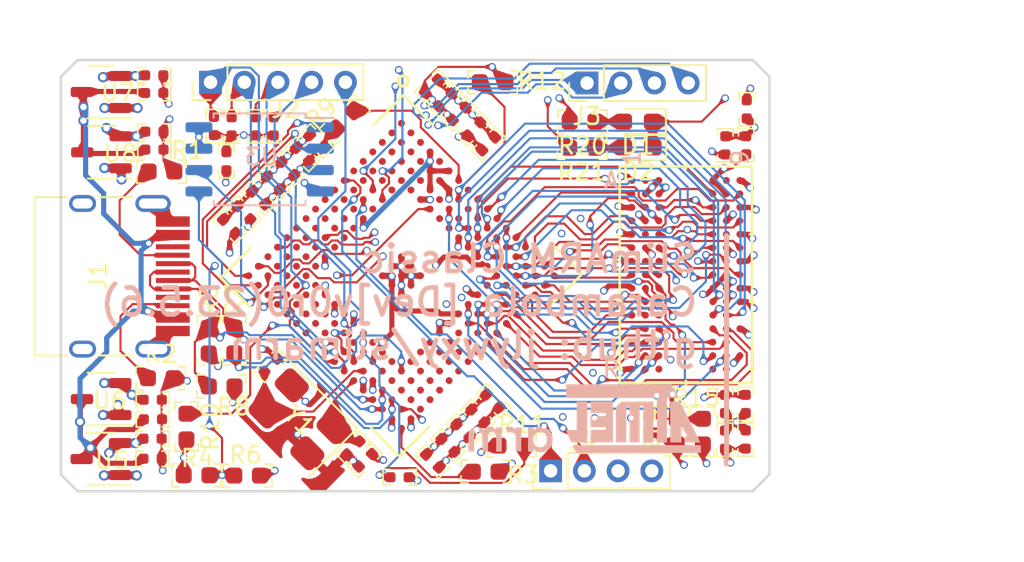
<source format=kicad_pcb>
(kicad_pcb (version 20221018) (generator pcbnew)
  (layers (0 "F.Cu" signal) (1 "In1.Cu" signal) (2 "In2.Cu" signal) (31 "B.Cu" signal) (34 "B.Paste" user) (35 "F.Paste" user) (36 "B.SilkS" user "B.Silkscreen") (37 "F.SilkS" user "F.Silkscreen") (38 "B.Mask" user) (39 "F.Mask" user) (44 "Edge.Cuts" user))
  (net 0 "")
  (net 4 "Net-(U1C-NRST)")
  (net 6 "/DP")
  (net 7 "/DN")
  (net 9 "Net-(U1C-VBG)")
  (net 10 "Net-(U1A-JTAGSEL)")
  (net 11 "/USBD_FS_DP")
  (net 12 "/USBD_FS_DN")
  (net 13 "+3V3")
  (net 14 "Net-(U1A-WKUP)")
  (net 15 "Net-(U1C-PD5)")
  (net 16 "/DDR_CS")
  (net 22 "/DDR_DQS1")
  (net 23 "/DDR_DQM0")
  (net 24 "/DDR_DQS0")
  (net 25 "/DDR_WE")
  (net 27 "/DDR_D14")
  (net 28 "/DDR_D12")
  (net 29 "/DDR_D8")
  (net 30 "/DDR_D2")
  (net 31 "/DDR_D4")
  (net 32 "/DDR_DQM1")
  (net 33 "/DDR_RAS")
  (net 34 "/DDR_CKE")
  (net 40 "/DDR_D13")
  (net 42 "/DDR_D7")
  (net 44 "/DDR_D5")
  (net 45 "/DDR_D3")
  (net 46 "/DDR_BA1")
  (net 47 "/DDR_A10")
  (net 48 "/DDR_CAS")
  (net 49 "/DDR_NCLK")
  (net 50 "/DDR_D15")
  (net 51 "/DDR_D11")
  (net 57 "/DDR_D6")
  (net 58 "/DDR_D9")
  (net 61 "/DDR_BA0")
  (net 62 "/DDR_A11")
  (net 63 "/DDR_CLK")
  (net 64 "/DDR_D10")
  (net 65 "/DDR_D1")
  (net 72 "/DDR_BA2")
  (net 73 "/DDR_A12")
  (net 74 "/DDR_A5")
  (net 77 "Net-(D1-A)")
  (net 78 "Net-(U1A-PC1)")
  (net 79 "/DDR_A9")
  (net 80 "/DDR_A6")
  (net 81 "/DDR_A4")
  (net 82 "/UART_UTXD")
  (net 83 "/UART_URXD")
  (net 85 "/DDR_A7")
  (net 87 "/DDR_A3")
  (net 88 "/DDR_A2")
  (net 90 "/DDR_A0")
  (net 93 "/DDR_A1")
  (net 94 "/UART_TXD")
  (net 95 "/UART_RXD")
  (net 105 "/DEBUG_TXD")
  (net 106 "/JTAG_TDI")
  (net 107 "/JTAG_TDO")
  (net 108 "/JTAG_RST")
  (net 116 "/DEBUG_RXD")
  (net 117 "/JTAG_TCK")
  (net 118 "/JTAG_TMS")
  (net 133 "/DDR_A8")
  (net 151 "Net-(U2-VREF)")
  (net 171 "/SPI_MOSI")
  (net 173 "/SPI_CLK")
  (net 178 "/SPI_MISO")
  (net 179 "/SPI_CS")
  (net 193 "/XTAL_IN")
  (net 194 "/XTAL_OUT")
  (net 195 "Net-(D2-A)")
  (net 196 "Net-(U1A-PC2)")
  (net 197 "GND")
  (net 198 "+5V")
  (net 199 "Net-(J1-CC1)")
  (net 200 "Net-(J1-CC2)")
  (net 201 "/DDR_D0")
  (net 202 "/3v3")
  (net 203 "/1v8_CPUMEM")
  (net 204 "/1v8_DDR")
  (net 205 "/1v0_CPUCORE")
  (footprint "jlywxy:0402" (layer "F.Cu") (at 33.73 37.5 45)
    (fp_text reference "C31" hide)
    (fp_text value "22pF")
  )
  (footprint "jlywxy:0603" (layer "F.Cu") (at 23.84 36.24 -90)
    (fp_text reference "R10")
    (fp_text value "1.5k")
  )
  (footprint "jlywxy:0402" (layer "F.Cu") (at 31.56 19.3 -45)
    (fp_text reference "C5" hide)
    (fp_text value "100nF")
  )
  (footprint "jlywxy:0402" (layer "F.Cu") (at 57.04 19.54 90)
    (fp_text reference "C23" hide)
    (fp_text value "100nF")
  )
  (footprint "jlywxy:0402" (layer "F.Cu") (at 36.48 39.25 180)
    (fp_text reference "C41" hide)
    (fp_text value "22pF")
  )
  (footprint "Connector_PinHeader_2.00mm:PinHeader_1x04_P2.00mm_Vertical" (layer "F.Cu") (at 47.6 15.85 90)
    (fp_text reference "J3")
    (fp_text value "Conn_01x04")
  )
  (footprint "jlywxy:0402" (layer "F.Cu") (at 38.36 16.02 -135)
    (fp_text reference "C6" hide)
    (fp_text value "100nF")
  )
  (footprint "jlywxy:0402" (layer "F.Cu") (at 39.35 37.36 135)
    (fp_text reference "C12" hide)
    (fp_text value "100nF")
  )
  (footprint "jlywxy:0402" (layer "F.Cu") (at 30.72 20.09 -45)
    (fp_text reference "C4" hide)
    (fp_text value "100nF")
  )
  (footprint "jlywxy:0603" (layer "F.Cu") (at 47.3 19.69 180)
    (fp_text reference "R21")
    (fp_text value "5.6k")
  )
  (footprint "jlywxy:0603" (layer "F.Cu") (at 47.33 18.14 180)
    (fp_text reference "R20")
    (fp_text value "5.6k")
  )
  (footprint "jlywxy:0603" (layer "F.Cu") (at 41.588 38.92 180)
    (fp_text reference "R3")
    (fp_text value "6.8k")
  )
  (footprint "jlywxy:0402" (layer "F.Cu") (at 40.24 36.49 135)
    (fp_text reference "C13" hide)
    (fp_text value "100nF")
  )
  (footprint "jlywxy:0603" (layer "F.Cu") (at 54.47 36.54 -90)
    (fp_text reference "R15")
    (fp_text value "1.5k")
  )
  (footprint "jlywxy:0402" (layer "F.Cu") (at 27.25 23.54 -45)
    (fp_text reference "C18" hide)
    (fp_text value "100nF")
  )
  (footprint "jlywxy:0402" (layer "F.Cu") (at 28.99 21.77 -45)
    (fp_text reference "C2" hide)
    (fp_text value "100nF")
  )
  (footprint "jlywxy:0402" (layer "F.Cu") (at 41.13 35.61 135)
    (fp_text reference "C15" hide)
    (fp_text value "100nF")
  )
  (footprint "Connector_PinHeader_2.00mm:PinHeader_1x05_P2.00mm_Vertical" (layer "F.Cu") (at 25.27 15.8 90)
    (fp_text reference "J2")
    (fp_text value "Conn_01x05")
  )
  (footprint "Connector_PinHeader_2.00mm:PinHeader_1x04_P2.00mm_Vertical" (layer "F.Cu") (at 45.44 38.87 90)
    (fp_text reference "J4")
    (fp_text value "Conn_01x04")
  )
  (footprint "jlywxy:0603" (layer "F.Cu") (at 22.318 33.37)
    (fp_text reference "R2")
    (fp_text value "5.1k")
  )
  (footprint "jlywxy:0603" (layer "F.Cu") (at 33.23 18.03 -135)
    (fp_text reference "R9")
    (fp_text value "10k")
  )
  (footprint "jlywxy:0603" (layer "F.Cu") (at 26.68 31.13 90)
    (fp_text reference "R7")
    (fp_text value "39")
  )
  (footprint "jlywxy:0402" (layer "F.Cu") (at 29.86 20.92 -45)
    (fp_text reference "C3" hide)
    (fp_text value "100nF")
  )
  (footprint "jlywxy:0402" (layer "F.Cu") (at 21.85 35.81 180)
    (fp_text reference "C35" hide)
    (fp_text value "22pF")
  )
  (footprint "jlywxy:0402" (layer "F.Cu") (at 57.01 37.01 90)
    (fp_text reference "C22" hide)
    (fp_text value "100nF")
  )
  (footprint "jlywxy:0603" (layer "F.Cu") (at 42 15.8)
    (fp_text reference "R12")
    (fp_text value "470k")
  )
  (footprint "jlywxy:0402" (layer "F.Cu") (at 21.94 18.73 180)
    (fp_text reference "C40" hide)
    (fp_text value "22pF")
  )
  (footprint "jlywxy:USB_TYPEC_Receptacle" (layer "F.Cu") (at 18.731 27.32 -90)
    (fp_text reference "J1")
    (fp_text value "USB_C_Receptacle_USB2.0")
  )
  (footprint "jlywxy:0603" (layer "F.Cu") (at 25.93 33.86 180)
    (fp_text reference "R8")
    (fp_text value "1.5k")
  )
  (footprint "jlywxy:0402" (layer "F.Cu") (at 26.52 18.42 -90)
    (fp_text reference "R17" hide)
    (fp_text value "10k")
  )
  (footprint "jlywxy:0402" (layer "F.Cu") (at 57.01 34.9 -90)
    (fp_text reference "C19" hide)
    (fp_text value "100nF")
  )
  (footprint "Package_TO_SOT_SMD:SOT-23-3" (layer "F.Cu") (at 18.7825 34.61 180)
    (fp_text reference "U6")
    (fp_text value "XC6206PxxxMR")
  )
  (footprint "LED_SMD:LED_0603_1608Metric_Pad1.05x0.95mm_HandSolder" (layer "F.Cu") (at 50.6175 18.14 180)
    (fp_text reference "D1")
    (fp_text value "LED")
  )
  (footprint "jlywxy:0402" (layer "F.Cu") (at 38.42 38.3 135)
    (fp_text reference "C17" hide)
    (fp_text value "100nF")
  )
  (footprint "jlywxy:0402" (layer "F.Cu") (at 27.95 18.42 -90)
    (fp_text reference "R19" hide)
    (fp_text value "10k")
  )
  (footprint "jlywxy:0402" (layer "F.Cu") (at 28.1 22.68 -45)
    (fp_text reference "C1" hide)
    (fp_text value "100nF")
  )
  (footprint "jlywxy:0603" (layer "F.Cu") (at 27.44 39.15)
    (fp_text reference "R6")
    (fp_text value "0")
  )
  (footprint "jlywxy:0402" (layer "F.Cu") (at 55.78 37.02 90)
    (fp_text reference "C21" hide)
    (fp_text value "100nF")
  )
  (footprint "jlywxy:0402" (layer "F.Cu") (at 21.84 34.65 180)
    (fp_text reference "C36" hide)
    (fp_text value "22pF")
  )
  (footprint "jlywxy:0603" (layer "F.Cu") (at 22.36 21.1)
    (fp_text reference "R1")
    (fp_text value "5.1k")
  )
  (footprint "jlywxy:0402" (layer "F.Cu") (at 40.89 18.57 -135)
    (fp_text reference "C9" hide)
    (fp_text value "100nF")
  )
  (footprint "jlywxy:Crystal_5032-4P" (layer "F.Cu") (at 30.55 35.81 135)
    (fp_text reference "Y1")
    (fp_text value "Crystal_GND24")
  )
  (footprint "Package_TO_SOT_SMD:SOT-23-3" (layer "F.Cu") (at 18.7625 38.17 180)
    (fp_text reference "U5")
    (fp_text value "XC6206PxxxMR")
  )
  (footprint "jlywxy:0603" (layer "F.Cu") (at 52.92 36.54 90)
    (fp_text reference "R14")
    (fp_text value "1.5k")
  )
  (footprint "jlywxy:0402" (layer "F.Cu") (at 28.85 32.6 45)
    (fp_text reference "C32" hide)
    (fp_text value "22pF")
  )
  (footprint "jlywxy:0402" (layer "F.Cu") (at 41.77 19.47 -135)
    (fp_text reference "C10" hide)
    (fp_text value "100nF")
  )
  (footprint "jlywxy:0402" (layer "F.Cu") (at 21.94 19.8 180)
    (fp_text reference "C37" hide)
    (fp_text value "22pF")
  )
  (footprint "jlywxy:0402" (layer "F.Cu") (at 51.64 36.05 90)
    (fp_text reference "C26" hide)
    (fp_text value "22pF")
  )
  (footprint "jlywxy:0402" (layer "F.Cu") (at 42.031838 34.691838 135)
    (fp_text reference "C14" hide)
    (fp_text value "100nF")
  )
  (footprint "jlywxy:0402" (layer "F.Cu") (at 34.45 38.24 45)
    (fp_text reference "C16" hide)
    (fp_text value "100nF")
  )
  (footprint "jlywxy:0603" (layer "F.Cu") (at 25.16 31.14 90)
    (fp_text reference "R5")
    (fp_text value "39")
  )
  (footprint "jlywxy:0603" (layer "F.Cu") (at 24.44 39.13)
    (fp_text reference "R4")
    (fp_text value "NC")
  )
  (footprint "jlywxy:0402" (layer "F.Cu") (at 21.83 38.15 180)
    (fp_text reference "C33" hide)
    (fp_text value "22pF")
  )
  (footprint "jlywxy:0402" (layer "F.Cu") (at 39.18 16.84 -135)
    (fp_text reference "C7" hide)
    (fp_text value "100nF")
  )
  (footprint "jlywxy:0402" (layer "F.Cu") (at 55.8 19.55 90)
    (fp_text reference "C24" hide)
    (fp_text value "100nF")
  )
  (footprint "jlywxy:0603" (layer "F.Cu") (at 43.11 37.37)
    (fp_text reference "R11")
    (fp_text value "1.5k")
  )
  (footprint "jlywxy:BGA84_DDR2" (layer "F.Cu") (at 53.46 27.23)
    (fp_text reference "U2" hide)
    (fp_text value "16bit-DDR2-8bank-FBGA84")
  )
  (footprint "jlywxy:0402" (layer "F.Cu") (at 55.78 34.9 -90)
    (fp_text reference "C20" hide)
    (fp_text value "100nF")
  )
  (footprint "LED_SMD:LED_0603_1608Metric_Pad1.05x0.95mm_HandSolder" (layer "F.Cu") (at 50.6275 19.67 180)
    (fp_text reference "D2")
    (fp_text value "LED")
  )
  (footprint "jlywxy:0402" (layer "F.Cu") (at 21.93 15.39 180)
    (fp_text reference "C38" hide)
    (fp_text value "22pF")
  )
  (footprint "jlywxy:0402" (layer "F.Cu") (at 26.381838 24.351838 -45)
    (fp_text reference "C11" hide)
    (fp_text value "100nF")
  )
  (footprint "jlywxy:0402" (layer "F.Cu") (at 57.07 17.41 -90)
    (fp_text reference "C25" hide)
    (fp_text value "100nF")
  )
  (footprint "jlywxy:AT91SAM9G25_JKT" (layer "F.Cu") (at 36.59 27.29 -45)
    (fp_text reference "U1" hide)
    (fp_text value "AT91SAM9G25-CU" hide)
  )
  (footprint "Package_TO_SOT_SMD:SOT-23-3" (layer "F.Cu") (at 18.7725 16.38 180)
    (fp_text reference "U7")
    (fp_text value "XC6206PxxxMR")
  )
  (footprint "jlywxy:0402" (layer "F.Cu") (at 40.02 17.68 -135)
    (fp_text reference "C8" hide)
    (fp_text value "100nF")
  )
  (footprint "jlywxy:0402" (layer "F.Cu") (at 29.01 18.42 -90)
    (fp_text reference "R18" hide)
    (fp_text value "10k")
  )
  (footprint "jlywxy:0402" (layer "F.Cu") (at 25.47 18.4 -90)
    (fp_text reference "R16" hide)
    (fp_text value "10k")
  )
  (footprint "Package_TO_SOT_SMD:SOT-23-3" (layer "F.Cu") (at 18.8 19.96 180)
    (fp_text reference "U8")
    (fp_text value "XC6206PxxxMR")
  )
  (footprint "jlywxy:0402" (layer "F.Cu") (at 26.21 20.49 90)
    (fp_text reference "C27" hide)
    (fp_text value "100nF")
  )
  (footprint "jlywxy:0402" (layer "F.Cu") (at 21.83 36.96 180)
    (fp_text reference "C34" hide)
    (fp_text value "22pF")
  )
  (footprint "jlywxy:0402" (layer "F.Cu") (at 21.93 16.44 180)
    (fp_text reference "C39" hide)
    (fp_text value "22pF")
  )
  (footprint "jlywxy:image_arm" (layer "B.Cu") (at 43.07 37.01 180)
    (fp_text reference "G***" hide)
    (fp_text value "LOGO" hide)
  )
  (footprint "Package_SO:SOIC-8_5.23x5.23mm_P1.27mm" (layer "B.Cu") (at 28.18 20.38 180)
    (fp_text reference "U3")
    (fp_text value "W25Q128JVS")
  )
  (footprint "jlywxy:image_atmel" (layer "B.Cu") (at 50.35 35.77 180)
    (fp_text reference "G***" hide)
    (fp_text value "LOGO" hide)
  )
  (gr_line (start 55.87 24.905) (end 55.87 38.475) (stroke (width 0.3)) (layer "B.SilkS"))
  (gr_line (start 16.39 39.08) (end 17.39 40.08) (stroke (width 0.15)) (layer "Edge.Cuts"))
  (gr_line (start 57.42 14.48) (end 58.42 15.48) (stroke (width 0.15)) (layer "Edge.Cuts"))
  (gr_line (start 17.39 14.48) (end 16.39 15.48) (stroke (width 0.15)) (layer "Edge.Cuts"))
  (gr_line (start 58.42 39.08) (end 57.42 40.08) (stroke (width 0.15)) (layer "Edge.Cuts"))
  (gr_line (start 58.42 39.08) (end 58.42 15.48) (stroke (width 0.15)) (layer "Edge.Cuts"))
  (gr_line (start 57.42 14.48) (end 17.39 14.48) (stroke (width 0.15)) (layer "Edge.Cuts"))
  (gr_line (start 16.39 15.48) (end 16.39 39.08) (stroke (width 0.15)) (layer "Edge.Cuts"))
  (gr_line (start 17.39 40.08) (end 57.42 40.08) (stroke (width 0.15)) (layer "Edge.Cuts"))
  (gr_text "SlimARM Classic\nCarambola [Dev]v0r0(23.5.6)\ngithub: jlywxy/slimarm" (at 54.3 32.37) (layer "B.SilkS") (effects (font (size 1.6 1.6) (thickness 0.28) bold) (justify left bottom mirror)))
  (segment (start 38.28 39.58) (end 38.94 39.58) (width 0.127) (layer "F.Cu") (net 4))
  (segment (start 35.28 39.12) (end 35.69 38.71) (width 0.127) (layer "F.Cu") (net 4))
  (segment (start 38.94 39.58) (end 38.9455 39.5855) (width 0.127) (layer "F.Cu") (net 4))
  (segment (start 35.69 38.71) (end 37.41 38.71) (width 0.127) (layer "F.Cu") (net 4))
  (segment (start 43.872 38.478283) (end 43.872 37.37) (width 0.127) (layer "F.Cu") (net 4))
  (segment (start 37.41 38.71) (end 38.28 39.58) (width 0.127) (layer "F.Cu") (net 4))
  (segment (start 38.9455 39.5855) (end 42.764783 39.5855) (width 0.127) (layer "F.Cu") (net 4))
  (segment (start 34.321647 30.689724) (end 34.327258 30.684113) (width 0.127) (layer "F.Cu") (net 4))
  (segment (start 34.321647 31.255409) (end 34.321647 30.689724) (width 0.127) (layer "F.Cu") (net 4))
  (segment (start 42.764783 39.5855) (end 43.872 38.478283) (width 0.127) (layer "F.Cu") (net 4))
  (segment (start 35.41 39.25) (end 35.28 39.12) (width 0.127) (layer "F.Cu") (net 4))
  (segment (start 35.94 39.25) (end 35.41 39.25) (width 0.127) (layer "F.Cu") (net 4))
  (via (at 34.321647 31.255409) (size 0.4572) (drill 0.3048) (layers "F.Cu" "B.Cu") (net 4))
  (via (at 35.28 39.12) (size 0.4572) (drill 0.3048) (layers "F.Cu" "B.Cu") (net 4))
  (segment (start 35.286 32.801237) (end 34.321647 31.836884) (width 0.127) (layer "B.Cu") (net 4))
  (segment (start 35.286 33.816) (end 35.286 32.801237) (width 0.127) (layer "B.Cu") (net 4))
  (segment (start 36.46 37.97) (end 36.46 34.99) (width 0.127) (layer "B.Cu") (net 4))
  (segment (start 36.46 34.99) (end 35.286 33.816) (width 0.127) (layer "B.Cu") (net 4))
  (segment (start 35.31 39.12) (end 36.46 37.97) (width 0.127) (layer "B.Cu") (net 4))
  (segment (start 34.321647 31.836884) (end 34.321647 31.255409) (width 0.127) (layer "B.Cu") (net 4))
  (segment (start 35.28 39.12) (end 35.31 39.12) (width 0.127) (layer "B.Cu") (net 4))
  (segment (start 21.68 27.294) (end 21.68 27.846) (width 0.127) (layer "F.Cu") (net 6))
  (segment (start 25.16 30.41) (end 24.34 31.23) (width 0.127) (layer "F.Cu") (net 6))
  (segment (start 21.68 27.846) (end 21.904 28.07) (width 0.127) (layer "F.Cu") (net 6))
  (segment (start 25.776 29.762) (end 25.16 30.378) (width 0.127) (layer "F.Cu") (net 6))
  (segment (start 24.34 33.032) (end 25.168 33.86) (width 0.127) (layer "F.Cu") (net 6))
  (segment (start 25.776 29.34521) (end 25.776 29.762) (width 0.127) (layer "F.Cu") (net 6))
  (segment (start 25.238 30.378) (end 25.83 30.97) (width 0.127) (layer "F.Cu") (net 6))
  (segment (start 23.031 28.07) (end 24.50079 28.07) (width 0.127) (layer "F.Cu") (net 6))
  (segment (start 34.305394 34.637901) (end 34.886934 34.637901) (width 0.127) (layer "F.Cu") (net 6))
  (segment (start 25.16 30.378) (end 25.16 30.41) (width 0.127) (layer "F.Cu") (net 6))
  (segment (start 34.886934 34.637901) (end 34.892944 34.643911) (width 0.127) (layer "F.Cu") (net 6))
  (segment (start 24.34 31.23) (end 24.34 33.032) (width 0.127) (layer "F.Cu") (net 6))
  (segment (start 21.904 27.07) (end 21.68 27.294) (width 0.127) (layer "F.Cu") (net 6))
  (segment (start 21.904 28.07) (end 23.031 28.07) (width 0.127) (layer "F.Cu") (net 6))
  (segment (start 25.16 30.378) (end 25.238 30.378) (width 0.127) (layer "F.Cu") (net 6))
  (segment (start 23.031 27.07) (end 21.904 27.07) (width 0.127) (layer "F.Cu") (net 6))
  (segment (start 24.50079 28.07) (end 25.776 29.34521) (width 0.127) (layer "F.Cu") (net 6))
  (via (at 34.305394 34.637901) (size 0.4572) (drill 0.3048) (layers "F.Cu" "B.Cu") (net 6))
  (via (at 25.83 30.97) (size 0.4572) (drill 0.3048) (layers "F.Cu" "B.Cu") (net 6))
  (segment (start 33.824604 34.515394) (end 34.305394 34.515394) (width 0.127) (layer "B.Cu") (net 6))
  (segment (start 25.83 30.97) (end 26.1491 30.6509) (width 0.127) (layer "B.Cu") (net 6))
  (segment (start 26.1491 30.6509) (end 27.413597 30.6509) (width 0.127) (layer "B.Cu") (net 6))
  (segment (start 30.12521 30.816) (end 33.824604 34.515394) (width 0.127) (layer "B.Cu") (net 6))
  (segment (start 27.413597 30.6509) (end 27.578697 30.816) (width 0.127) (layer "B.Cu") (net 6))
  (segment (start 27.578697 30.816) (end 30.12521 30.816) (width 0.127) (layer "B.Cu") (net 6))
  (segment (start 34.305394 34.515394) (end 34.305394 34.637901) (width 0.127) (layer "B.Cu") (net 6))
  (segment (start 26.03 29.91) (end 26.488 30.368) (width 0.127) (layer "F.Cu") (net 7))
  (segment (start 24.36 27.57) (end 26.03 29.24) (width 0.127) (layer "F.Cu") (net 7))
  (segment (start 23.031 26.57) (end 24.158 26.57) (width 0.127) (layer "F.Cu") (net 7))
  (segment (start 24.36 27.368) (end 24.158 27.57) (width 0.127) (layer "F.Cu") (net 7))
  (segment (start 34.847375 35.202157) (end 35.45119 35.202157) (width 0.127) (layer "F.Cu") (net 7))
  (segment (start 24.158 26.57) (end 24.36 26.772) (width 0.127) (layer "F.Cu") (net 7))
  (segment (start 26.03 29.24) (end 26.03 29.91) (width 0.127) (layer "F.Cu") (net 7))
  (segment (start 26.68 30.368) (end 26.68 30.51) (width 0.127) (layer "F.Cu") (net 7))
  (segment (start 26.488 30.368) (end 26.68 30.368) (width 0.127) (layer "F.Cu") (net 7))
  (segment (start 24.36 26.772) (end 24.36 27.368) (width 0.127) (layer "F.Cu") (net 7))
  (segment (start 23.031 27.57) (end 24.158 27.57) (width 0.127) (layer "F.Cu") (net 7))
  (segment (start 35.45119 35.202157) (end 35.458629 35.209596) (width 0.127) (layer "F.Cu") (net 7))
  (segment (start 26.68 30.51) (end 27.24 31.07) (width 0.127) (layer "F.Cu") (net 7))
  (segment (start 24.158 27.57) (end 24.36 27.57) (width 0.127) (layer "F.Cu") (net 7))
  (via (at 34.847375 35.202157) (size 0.4572) (drill 0.3048) (layers "F.Cu" "B.Cu") (net 7))
  (via (at 27.24 31.07) (size 0.4572) (drill 0.3048) (layers "F.Cu" "B.Cu") (net 7))
  (segment (start 34.152157 35.202157) (end 34.847375 35.202157) (width 0.127) (layer "B.Cu") (net 7))
  (segment (start 27.24 31.07) (end 30.02 31.07) (width 0.127) (layer "B.Cu") (net 7))
  (segment (start 30.02 31.07) (end 34.152157 35.202157) (width 0.127) (layer "B.Cu") (net 7))
  (segment (start 40.506 39.24) (end 40.826 38.92) (width 0.127) (layer "F.Cu") (net 9))
  (segment (start 36.59 36.340967) (end 36.59 37.47) (width 0.127) (layer "F.Cu") (net 9))
  (segment (start 36.59 37.47) (end 38.36 39.24) (width 0.127) (layer "F.Cu") (net 9))
  (segment (start 38.36 39.24) (end 40.506 39.24) (width 0.127) (layer "F.Cu") (net 9))
  (segment (start 25.95 36.92) (end 25.21 36.18) (width 0.127) (layer "F.Cu") (net 10))
  (segment (start 26.678 39.15) (end 26.658 39.13) (width 0.127) (layer "F.Cu") (net 10))
  (segment (start 37.589798 23.330202) (end 33.66 27.26) (width 0.127) (layer "F.Cu") (net 10))
  (segment (start 25.202 39.13) (end 25.95 39.13) (width 0.127) (layer "F.Cu") (net 10))
  (segment (start 25.95 39.13) (end 25.95 36.92) (width 0.127) (layer "F.Cu") (net 10))
  (segment (start 33.66 27.26) (end 32.76 27.26) (width 0.127) (layer "F.Cu") (net 10))
  (segment (start 26.658 39.13) (end 25.95 39.13) (width 0.127) (layer "F.Cu") (net 10))
  (segment (start 38.287056 23.330202) (end 37.589798 23.330202) (width 0.127) (layer "F.Cu") (net 10))
  (via (at 25.95 39.13) (size 0.4572) (drill 0.3048) (layers "F.Cu" "B.Cu") (net 10))
  (via (at 32.76 27.26) (size 0.4572) (drill 0.3048) (layers "F.Cu" "B.Cu") (net 10))
  (via (at 25.21 36.18) (size 0.4572) (drill 0.3048) (layers "F.Cu" "B.Cu") (net 10))
  (via (at 25.53 26.69) (size 0.4572) (drill 0.3048) (layers "F.Cu" "B.Cu") (net 10))
  (segment (start 25.21 36.18) (end 25.21 27.01) (width 0.127) (layer "B.Cu") (net 10))
  (segment (start 25.21 27.01) (end 25.53 26.69) (width 0.127) (layer "B.Cu") (net 10))
  (segment (start 35.453016 34.649522) (end 35.453016 34.083838) (width 0.127) (layer "F.Cu") (net 11))
  (segment (start 25.16 32.11) (end 25.72 32.67) (width 0.127) (layer "F.Cu") (net 11))
  (segment (start 35.453016 34.083838) (end 35.458629 34.078225) (width 0.127) (layer "F.Cu") (net 11))
  (segment (start 25.16 31.902) (end 25.16 32.11) (width 0.127) (layer "F.Cu") (net 11))
  (via (at 25.72 32.67) (size 0.4572) (drill 0.3048) (layers "F.Cu" "B.Cu") (net 11))
  (via (at 35.453016 34.649522) (size 0.4572) (drill 0.3048) (layers "F.Cu" "B.Cu") (net 11))
  (segment (start 34.48521 36.076) (end 35.2 36.076) (width 0.127) (layer "B.Cu") (net 11))
  (segment (start 35.2 36.076) (end 35.453016 35.822984) (width 0.127) (layer "B.Cu") (net 11))
  (segment (start 35.453016 35.822984) (end 35.453016 34.649522) (width 0.127) (layer "B.Cu") (net 11))
  (segment (start 30.55521 32.146) (end 34.48521 36.076) (width 0.127) (layer "B.Cu") (net 11))
  (segment (start 27.3049 32.3109) (end 27.47 32.476) (width 0.127) (layer "B.Cu") (net 11))
  (segment (start 28.6 32.146) (end 30.55521 32.146) (width 0.127) (layer "B.Cu") (net 11))
  (segment (start 27.47 32.476) (end 28.27 32.476) (width 0.127) (layer "B.Cu") (net 11))
  (segment (start 26.0791 32.3109) (end 27.3049 32.3109) (width 0.127) (layer "B.Cu") (net 11))
  (segment (start 25.72 32.67) (end 26.0791 32.3109) (width 0.127) (layer "B.Cu") (net 11))
  (segment (start 28.27 32.476) (end 28.6 32.146) (width 0.127) (layer "B.Cu") (net 11))
  (segment (start 36.029926 34.649522) (end 36.024315 34.643911) (width 0.127) (layer "F.Cu") (net 12))
  (segment (start 26.68 31.892) (end 26.68 32.46) (width 0.127) (layer "F.Cu") (net 12))
  (segment (start 36.029926 35.215207) (end 36.029926 34.649522) (width 0.127) (layer "F.Cu") (net 12))
  (segment (start 26.68 32.46) (end 26.95 32.73) (width 0.127) (layer "F.Cu") (net 12))
  (via (at 36.029926 35.215207) (size 0.4572) (drill 0.3048) (layers "F.Cu" "B.Cu") (net 12))
  (via (at 26.95 32.73) (size 0.4572) (drill 0.3048) (layers "F.Cu" "B.Cu") (net 12))
  (segment (start 26.95 32.73) (end 28.522697 32.73) (width 0.127) (layer "B.Cu") (net 12))
  (segment (start 28.522697 32.73) (end 28.852697 32.4) (width 0.127) (layer "B.Cu") (net 12))
  (segment (start 28.852697 32.4) (end 30.45 32.4) (width 0.127) (layer "B.Cu") (net 12))
  (segment (start 34.38 36.33) (end 35.30521 36.33) (width 0.127) (layer "B.Cu") (net 12))
  (segment (start 36.029926 35.605284) (end 36.029926 35.215207) (width 0.127) (layer "B.Cu") (net 12))
  (segment (start 30.45 32.4) (end 34.38 36.33) (width 0.127) (layer "B.Cu") (net 12))
  (segment (start 35.30521 36.33) (end 36.029926 35.605284) (width 0.127) (layer "B.Cu") (net 12))
  (segment (start 26.692 34.708) (end 26.59 34.81) (width 0.127) (layer "F.Cu") (net 13))
  (segment (start 26.692 33.86) (end 26.692 34.708) (width 0.127) (layer "F.Cu") (net 13))
  (via (at 26.59 34.81) (size 0.4572) (drill 0.3048) (layers "F.Cu" "B.Cu") (net 13))
  (segment (start 37.191185 17.491185) (end 37.74 18.04) (width 0.127) (layer "F.Cu") (net 14))
  (segment (start 37.74 18.48) (end 39.984113 20.724113) (width 0.127) (layer "F.Cu") (net 14))
  (segment (start 39.984113 20.724113) (end 39.984113 21.633146) (width 0.127) (layer "F.Cu") (net 14))
  (segment (start 37.74 18.04) (end 37.74 18.48) (width 0.127) (layer "F.Cu") (net 14))
  (segment (start 33.768815 17.491185) (end 37.191185 17.491185) (width 0.127) (layer "F.Cu") (net 14))
  (segment (start 27.62 31.55) (end 28.94 30.23) (width 0.127) (layer "F.Cu") (net 15))
  (segment (start 36.584011 32.940865) (end 36.59 32.946854) (width 0.127) (layer "F.Cu") (net 15))
  (segment (start 23.84 35.478) (end 26.514697 35.478) (width 0.127) (layer "F.Cu") (net 15))
  (segment (start 26.514697 35.478) (end 27.62 34.372697) (width 0.127) (layer "F.Cu") (net 15))
  (segment (start 27.62 34.372697) (end 27.62 31.55) (width 0.127) (layer "F.Cu") (net 15))
  (segment (start 36.584011 32.359847) (end 36.584011 32.940865) (width 0.127) (layer "F.Cu") (net 15))
  (via (at 36.584011 32.359847) (size 0.4572) (drill 0.3048) (layers "F.Cu" "B.Cu") (net 15))
  (via (at 28.94 30.23) (size 0.4572) (drill 0.3048) (layers "F.Cu" "B.Cu") (net 15))
  (segment (start 35.626615 30.836309) (end 34.14805 30.836309) (width 0.127) (layer "B.Cu") (net 15))
  (segment (start 29.89842 30.23) (end 28.94 30.23) (width 0.127) (layer "B.Cu") (net 15))
  (segment (start 34.14805 30.836309) (end 33.902547 31.081812) (width 0.127) (layer "B.Cu") (net 15))
  (segment (start 32.42842 32.76) (end 29.89842 30.23) (width 0.127) (layer "B.Cu") (net 15))
  (segment (start 36.584011 31.793705) (end 35.626615 30.836309) (width 0.127) (layer "B.Cu") (net 15))
  (segment (start 33.902547 31.776994) (end 32.919541 32.76) (width 0.127) (layer "B.Cu") (net 15))
  (segment (start 32.919541 32.76) (end 32.42842 32.76) (width 0.127) (layer "B.Cu") (net 15))
  (segment (start 33.902547 31.081812) (end 33.902547 31.776994) (width 0.127) (layer "B.Cu") (net 15))
  (segment (start 36.584011 32.359847) (end 36.584011 31.793705) (width 0.127) (layer "B.Cu") (net 15))
  (segment (start 42.70447 19.472111) (end 42.70447 17.26647) (width 0.127) (layer "F.Cu") (net 16))
  (segment (start 39.989724 22.19322) (end 39.989724 22.758906) (width 0.127) (layer "F.Cu") (net 16))
  (segment (start 56.6397 29.6303) (end 55.8603 29.6303) (width 0.127) (layer "F.Cu") (net 16))
  (segment (start 39.989724 22.19322) (end 39.989724 22.186857) (width 0.127) (layer "F.Cu") (net 16))
  (segment (start 42.70447 17.26647) (end 41.238 15.8) (width 0.127) (layer "F.Cu") (net 16))
  (segment (start 56.83 29.44) (end 56.6397 29.6303) (width 0.127) (layer "F.Cu") (net 16))
  (segment (start 39.989724 22.186857) (end 42.70447 19.472111) (width 0.127) (layer "F.Cu") (net 16))
  (via (at 56.83 29.44) (size 0.4572) (drill 0.3048) (layers "F.Cu" "B.Cu") (net 16))
  (via (at 39.989724 22.19322) (size 0.4572) (drill 0.3048) (layers "F.Cu" "B.Cu") (net 16))
  (segment (start 56.83 29.44) (end 56.954 29.316) (width 0.127) (layer "B.Cu") (net 16))
  (segment (start 56.954 29.316) (end 56.954 22.804) (width 0.127) (layer "B.Cu") (net 16))
  (segment (start 56.954 22.804) (end 52.41 18.26) (width 0.127) (layer "B.Cu") (net 16))
  (segment (start 43.922944 18.26) (end 39.989724 22.19322) (width 0.127) (layer "B.Cu") (net 16))
  (segment (start 52.41 18.26) (end 43.922944 18.26) (width 0.127) (layer "B.Cu") (net 16))
  (segment (start 53.4408 20.81) (end 55.0602 22.4294) (width 0.127) (layer "F.Cu") (net 22))
  (segment (start 41.115483 22.764517) (end 43.07 20.81) (width 0.127) (layer "F.Cu") (net 22))
  (segment (start 43.07 20.81) (end 53.4408 20.81) (width 0.127) (layer "F.Cu") (net 22))
  (segment (start 52.330219 26.100219) (end 51.8598 25.6298) (width 0.127) (layer "F.Cu") (net 23))
  (segment (start 42.53 22.6) (end 41.89081 23.23919) (width 0.127) (layer "F.Cu") (net 23))
  (segment (start 52.73 26.100219) (end 52.330219 26.100219) (width 0.127) (layer "F.Cu") (net 23))
  (segment (start 41.89081 23.23919) (end 41.772181 23.23919) (width 0.127) (layer "F.Cu") (net 23))
  (via (at 52.73 26.100219) (size 0.4572) (drill 0.3048) (layers "F.Cu" "B.Cu") (net 23))
  (via (at 42.53 22.6) (size 0.4572) (drill 0.3048) (layers "F.Cu" "B.Cu") (net 23))
  (segment (start 53.687303 26.3) (end 53.996403 25.9909) (width 0.127) (layer "B.Cu") (net 23))
  (segment (start 52.73 26.100219) (end 52.929781 26.3) (width 0.127) (layer "B.Cu") (net 23))
  (segment (start 54.62 24.11) (end 53.57 23.06) (width 0.127) (layer "B.Cu") (net 23))
  (segment (start 54.0391 25.9909) (end 54.62 25.41) (width 0.127) (layer "B.Cu") (net 23))
  (segment (start 53.57 22.05) (end 51.93 20.41) (width 0.127) (layer "B.Cu") (net 23))
  (segment (start 54.62 25.41) (end 54.62 24.11) (width 0.127) (layer "B.Cu") (net 23))
  (segment (start 51.93 20.41) (end 44.72 20.41) (width 0.127) (layer "B.Cu") (net 23))
  (segment (start 53.996403 25.9909) (end 54.0391 25.9909) (width 0.127) (layer "B.Cu") (net 23))
  (segment (start 53.57 23.06) (end 53.57 22.05) (width 0.127) (layer "B.Cu") (net 23))
  (segment (start 52.929781 26.3) (end 53.687303 26.3) (width 0.127) (layer "B.Cu") (net 23))
  (segment (start 44.72 20.41) (end 42.53 22.6) (width 0.127) (layer "B.Cu") (net 23))
  (segment (start 42.279523 23.895887) (end 42.5 23.67541) (width 0.127) (layer "F.Cu") (net 24))
  (segment (start 53.558051 25.837262) (end 54.232738 25.837262) (width 0.127) (layer "F.Cu") (net 24))
  (segment (start 54.4402 25.6298) (end 55.0602 25.6298) (width 0.127) (layer "F.Cu") (net 24))
  (segment (start 42.5 23.67541) (end 42.5 23.39) (width 0.127) (layer "F.Cu") (net 24))
  (segment (start 54.232738 25.837262) (end 54.4402 25.6298) (width 0.127) (layer "F.Cu") (net 24))
  (via (at 42.5 23.39) (size 0.4572) (drill 0.3048) (layers "F.Cu" "B.Cu") (net 24))
  (via (at 53.558051 25.837262) (size 0.4572) (drill 0.3048) (layers "F.Cu" "B.Cu") (net 24))
  (segment (start 44.9791 20.9109) (end 42.5 23.39) (width 0.127) (layer "B.Cu") (net 24))
  (segment (start 53.558051 25.837262) (end 53.558051 25.431949) (width 0.127) (layer "B.Cu") (net 24))
  (segment (start 53.12 22.17) (end 51.8609 20.9109) (width 0.127) (layer "B.Cu") (net 24))
  (segment (start 51.8609 20.9109) (end 44.9791 20.9109) (width 0.127) (layer "B.Cu") (net 24))
  (segment (start 53.558051 25.431949) (end 54.126 24.864) (width 0.127) (layer "B.Cu") (net 24))
  (segment (start 54.126 24.176) (end 53.12 23.17) (width 0.127) (layer "B.Cu") (net 24))
  (segment (start 53.12 23.17) (end 53.12 22.17) (width 0.127) (layer "B.Cu") (net 24))
  (segment (start 54.126 24.864) (end 54.126 24.176) (width 0.127) (layer "B.Cu") (net 24))
  (segment (start 50.651613 27.630049) (end 51.218971 27.630049) (width 0.127) (layer "F.Cu") (net 25))
  (segment (start 42.81254 24.461573) (end 42.81254 25.027259) (width 0.127) (layer "F.Cu") (net 25))
  (segment (start 51.4552 27.866278) (end 51.4552 28.1852) (width 0.127) (layer "F.Cu") (net 25))
  (segment (start 51.8598 28.5898) (end 51.8598 28.8302) (width 0.127) (layer "F.Cu") (net 25))
  (segment (start 42.81254 25.027259) (end 42.818151 25.03287) (width 0.127) (layer "F.Cu") (net 25))
  (segment (start 51.218971 27.630049) (end 51.4552 27.866278) (width 0.127) (layer "F.Cu") (net 25))
  (segment (start 51.4552 28.1852) (end 51.8598 28.5898) (width 0.127) (layer "F.Cu") (net 25))
  (via (at 50.651613 27.630049) (size 0.4572) (drill 0.3048) (layers "F.Cu" "B.Cu") (net 25))
  (via (at 42.818151 25.03287) (size 0.4572) (drill 0.3048) (layers "F.Cu" "B.Cu") (net 25))
  (segment (start 44.980463 27.76) (end 43.69 27.76) (width 0.127) (layer "B.Cu") (net 25))
  (segment (start 43.69 27.76) (end 42.818151 26.888151) (width 0.127) (layer "B.Cu") (net 25))
  (segment (start 42.818151 26.888151) (end 42.818151 25.03287) (width 0.127) (layer "B.Cu") (net 25))
  (segment (start 50.651613 27.630049) (end 50.643575 27.638087) (width 0.127) (layer "B.Cu") (net 25))
  (segment (start 50.643575 27.638087) (end 45.102376 27.638087) (width 0.127) (layer "B.Cu") (net 25))
  (segment (start 45.102376 27.638087) (end 44.980463 27.76) (width 0.127) (layer "B.Cu") (net 25))
  (segment (start 43.378225 25.027258) (end 46.055483 22.35) (width 0.127) (layer "F.Cu") (net 27))
  (segment (start 46.055483 22.35) (end 50.1802 22.35) (width 0.127) (layer "F.Cu") (net 27))
  (segment (start 50.1802 22.35) (end 50.2596 22.4294) (width 0.127) (layer "F.Cu") (net 27))
  (segment (start 49.861568 23.75) (end 50.141168 24.0296) (width 0.127) (layer "F.Cu") (net 28))
  (segment (start 48.99 23.75) (end 49.861568 23.75) (width 0.127) (layer "F.Cu") (net 28))
  (segment (start 43.943911 25.592944) (end 43.943911 24.986089) (width 0.127) (layer "F.Cu") (net 28))
  (segment (start 43.943911 24.986089) (end 45.17 23.76) (width 0.127) (layer "F.Cu") (net 28))
  (segment (start 46.4 23.76) (end 47.45 24.81) (width 0.127) (layer "F.Cu") (net 28))
  (segment (start 47.93 24.81) (end 48.99 23.75) (width 0.127) (layer "F.Cu") (net 28))
  (segment (start 45.17 23.76) (end 46.4 23.76) (width 0.127) (layer "F.Cu") (net 28))
  (segment (start 47.45 24.81) (end 47.93 24.81) (width 0.127) (layer "F.Cu") (net 28))
  (segment (start 53.98 23.21) (end 54.395 23.625) (width 0.127) (layer "F.Cu") (net 29))
  (segment (start 54.395 23.625) (end 55.4648 23.625) (width 0.127) (layer "F.Cu") (net 29))
  (segment (start 49.760678 24.09) (end 50.095778 24.4251) (width 0.127) (layer "F.Cu") (net 29))
  (segment (start 52.023622 24.4251) (end 52.2553 24.193422) (width 0.127) (layer "F.Cu") (net 29))
  (segment (start 52.82 23.21) (end 53.98 23.21) (width 0.127) (layer "F.Cu") (net 29))
  (segment (start 48.15 25.13) (end 49.19 24.09) (width 0.127) (layer "F.Cu") (net 29))
  (segment (start 47.18 25.13) (end 48.15 25.13) (width 0.127) (layer "F.Cu") (net 29))
  (segment (start 49.19 24.09) (end 49.760678 24.09) (width 0.127) (layer "F.Cu") (net 29))
  (segment (start 45.29 24.19) (end 46.24 24.19) (width 0.127) (layer "F.Cu") (net 29))
  (segment (start 55.4648 23.625) (end 55.8603 23.2295) (width 0.127) (layer "F.Cu") (net 29))
  (segment (start 52.2553 23.7747) (end 52.82 23.21) (width 0.127) (layer "F.Cu") (net 29))
  (segment (start 46.24 24.19) (end 47.18 25.13) (width 0.127) (layer "F.Cu") (net 29))
  (segment (start 44.509596 24.970404) (end 45.29 24.19) (width 0.127) (layer "F.Cu") (net 29))
  (segment (start 44.509596 26.158629) (end 44.509596 24.970404) (width 0.127) (layer "F.Cu") (net 29))
  (segment (start 52.2553 24.193422) (end 52.2553 23.7747) (width 0.127) (layer "F.Cu") (net 29))
  (segment (start 50.095778 24.4251) (end 52.023622 24.4251) (width 0.127) (layer "F.Cu") (net 29))
  (segment (start 53.92 27.41) (end 54.8802 27.41) (width 0.127) (layer "F.Cu") (net 30))
  (segment (start 48.6009 26.2791) (end 45.520496 26.2791) (width 0.127) (layer "F.Cu") (net 30))
  (segment (start 48.88 26) (end 48.6009 26.2791) (width 0.127) (layer "F.Cu") (net 30))
  (segment (start 54.8802 27.41) (end 55.0602 27.23) (width 0.127) (layer "F.Cu") (net 30))
  (segment (start 45.520496 26.2791) (end 45.075281 26.724315) (width 0.127) (layer "F.Cu") (net 30))
  (via (at 53.92 27.41) (size 0.4572) (drill 0.3048) (layers "F.Cu" "B.Cu") (net 30))
  (via (at 48.88 26) (size 0.4572) (drill 0.3048) (layers "F.Cu" "B.Cu") (net 30))
  (segment (start 53.350243 26.58) (end 53.92 27.149757) (width 0.127) (layer "B.Cu") (net 30))
  (segment (start 48.88 26) (end 49.0909 26.2109) (width 0.127) (layer "B.Cu") (net 30))
  (segment (start 49.663597 26.2109) (end 50.032697 26.58) (width 0.127) (layer "B.Cu") (net 30))
  (segment (start 50.032697 26.58) (end 53.350243 26.58) (width 0.127) (layer "B.Cu") (net 30))
  (segment (start 49.0909 26.2109) (end 49.663597 26.2109) (width 0.127) (layer "B.Cu") (net 30))
  (segment (start 53.92 27.149757) (end 53.92 27.41) (width 0.127) (layer "B.Cu") (net 30))
  (segment (start 50.0896 27.4) (end 50.1996 27.29) (width 0.127) (layer "F.Cu") (net 31))
  (segment (start 45.640967 27.29) (end 45.750967 27.4) (width 0.127) (layer "F.Cu") (net 31))
  (segment (start 45.750967 27.4) (end 50.0896 27.4) (width 0.127) (layer "F.Cu") (net 31))
  (segment (start 42.918492 21.52083) (end 41.115483 23.323839) (width 0.127) (layer "F.Cu") (net 32))
  (segment (start 52.27 22.04) (end 52.2492 22.04) (width 0.127) (layer "F.Cu") (net 32))
  (segment (start 48.666054 21.52083) (end 42.918492 21.52083) (width 0.127) (layer "F.Cu") (net 32))
  (segment (start 41.115483 23.323839) (end 41.115483 23.895887) (width 0.127) (layer "F.Cu") (net 32))
  (segment (start 52.2492 22.04) (end 51.8598 22.4294) (width 0.127) (layer "F.Cu") (net 32))
  (via (at 52.27 22.04) (size 0.4572) (drill 0.3048) (layers "F.Cu" "B.Cu") (net 32))
  (via (at 48.666054 21.52083) (size 0.4572) (drill 0.3048) (layers "F.Cu" "B.Cu") (net 32))
  (segment (start 50.221712 21.618288) (end 51.633348 21.618288) (width 0.127) (layer "B.Cu") (net 32))
  (segment (start 49.984 21.856) (end 50.221712 21.618288) (width 0.127) (layer "B.Cu") (net 32))
  (segment (start 48.666054 21.52083) (end 49.001224 21.856) (width 0.127) (layer "B.Cu") (net 32))
  (segment (start 52.05506 22.04) (end 52.27 22.04) (width 0.127) (layer "B.Cu") (net 32))
  (segment (start 51.633348 21.618288) (end 52.05506 22.04) (width 0.127) (layer "B.Cu") (net 32))
  (segment (start 49.001224 21.856) (end 49.984 21.856) (width 0.127) (layer "B.Cu") (net 32))
  (segment (start 55.46025 28.422114) (end 55.46025 28.43015) (width 0.127) (layer "F.Cu") (net 33))
  (segment (start 55.46025 28.43015) (end 55.0602 28.8302) (width 0.127) (layer "F.Cu") (net 33))
  (segment (start 41.681169 23.911169) (end 41.68 23.91) (width 0.127) (layer "F.Cu") (net 33))
  (segment (start 41.681169 24.461573) (end 41.681169 23.911169) (width 0.127) (layer "F.Cu") (net 33))
  (via (at 55.46025 28.422114) (size 0.4572) (drill 0.3048) (layers "F.Cu" "B.Cu") (net 33))
  (via (at 41.68 23.91) (size 0.4572) (drill 0.3048) (layers "F.Cu" "B.Cu") (net 33))
  (segment (start 41.68 23.91) (end 41.364 23.594) (width 0.127) (layer "B.Cu") (net 33))
  (segment (start 52.09479 19.924) (end 55.12 22.94921) (width 0.127) (layer "B.Cu") (net 33))
  (segment (start 55.12 28.081864) (end 55.46025 28.422114) (width 0.127) (layer "B.Cu") (net 33))
  (segment (start 55.12 22.94921) (end 55.12 28.081864) (width 0.127) (layer "B.Cu") (net 33))
  (segment (start 44.32521 19.924) (end 52.09479 19.924) (width 0.127) (layer "B.Cu") (net 33))
  (segment (start 41.364 22.88521) (end 44.32521 19.924) (width 0.127) (layer "B.Cu") (net 33))
  (segment (start 41.364 23.594) (end 41.364 22.88521) (width 0.127) (layer "B.Cu") (net 33))
  (segment (start 50.6551 28.4256) (end 51.0597 28.8302) (width 0.127) (layer "F.Cu") (net 34))
  (segment (start 49.863527 28.4256) (end 50.6551 28.4256) (width 0.127) (layer "F.Cu") (net 34))
  (segment (start 42.246854 25.574242) (end 42.241122 25.579974) (width 0.127) (layer "F.Cu") (net 34))
  (segment (start 42.246854 25.027258) (end 42.246854 25.574242) (width 0.127) (layer "F.Cu") (net 34))
  (segment (start 49.849327 28.4114) (end 49.863527 28.4256) (width 0.127) (layer "F.Cu") (net 34))
  (via (at 42.241122 25.579974) (size 0.4572) (drill 0.3048) (layers "F.Cu" "B.Cu") (net 34))
  (via (at 49.849327 28.4114) (size 0.4572) (drill 0.3048) (layers "F.Cu" "B.Cu") (net 34))
  (segment (start 42.241122 26.801122) (end 42.241122 25.579974) (width 0.127) (layer "B.Cu") (net 34))
  (segment (start 48.13 29.39) (end 47.23 28.49) (width 0.127) (layer "B.Cu") (net 34))
  (segment (start 43.93 28.49) (end 42.241122 26.801122) (width 0.127) (layer "B.Cu") (net 34))
  (segment (start 47.23 28.49) (end 43.93 28.49) (width 0.127) (layer "B.Cu") (net 34))
  (segment (start 49.849327 28.680673) (end 49.14 29.39) (width 0.127) (layer "B.Cu") (net 34))
  (segment (start 49.849327 28.4114) (end 49.849327 28.680673) (width 0.127) (layer "B.Cu") (net 34))
  (segment (start 49.14 29.39) (end 48.13 29.39) (width 0.127) (layer "B.Cu") (net 34))
  (segment (start 56.2649 24.4251) (end 56.6604 24.0296) (width 0.127) (layer "F.Cu") (net 40))
  (segment (start 52.6609 24.3891) (end 52.983597 24.3891) (width 0.127) (layer "F.Cu") (net 40))
  (segment (start 54.2251 24.4251) (end 56.2649 24.4251) (width 0.127) (layer "F.Cu") (net 40))
  (segment (start 52.983597 24.3891) (end 53.292697 24.08) (width 0.127) (layer "F.Cu") (net 40))
  (segment (start 53.88 24.08) (end 54.2251 24.4251) (width 0.127) (layer "F.Cu") (net 40))
  (segment (start 42.81254 25.592944) (end 43.374452 25.592944) (width 0.127) (layer "F.Cu") (net 40))
  (segment (start 53.292697 24.08) (end 53.88 24.08) (width 0.127) (layer "F.Cu") (net 40))
  (segment (start 52.47 24.58) (end 52.6609 24.3891) (width 0.127) (layer "F.Cu") (net 40))
  (segment (start 43.374452 25.592944) (end 43.380037 25.598529) (width 0.127) (layer "F.Cu") (net 40))
  (via (at 43.380037 25.598529) (size 0.4572) (drill 0.3048) (layers "F.Cu" "B.Cu") (net 40))
  (via (at 52.47 24.58) (size 0.4572) (drill 0.3048) (layers "F.Cu" "B.Cu") (net 40))
  (segment (start 50.81 24.58) (end 49.96 23.73) (width 0.127) (layer "B.Cu") (net 40))
  (segment (start 48.59 23) (end 45.978566 23) (width 0.127) (layer "B.Cu") (net 40))
  (segment (start 49.32 23.73) (end 48.59 23) (width 0.127) (layer "B.Cu") (net 40))
  (segment (start 49.96 23.73) (end 49.32 23.73) (width 0.127) (layer "B.Cu") (net 40))
  (segment (start 52.47 24.58) (end 50.81 24.58) (width 0.127) (layer "B.Cu") (net 40))
  (segment (start 45.978566 23) (end 43.380037 25.598529) (width 0.127) (layer "B.Cu") (net 40))
  (segment (start 53.341875 25.122563) (end 53.789944 25.122563) (width 0.127) (layer "F.Cu") (net 42))
  (segment (start 53.789944 25.122563) (end 53.892581 25.2252) (width 0.127) (layer "F.Cu") (net 42))
  (segment (start 43.378225 26.158629) (end 43.92391 26.158629) (width 0.127) (layer "F.Cu") (net 42))
  (segment (start 53.293768 25.074456) (end 53.341875 25.122563) (width 0.127) (layer "F.Cu") (net 42))
  (segment (start 53.892581 25.2252) (end 56.2558 25.2252) (width 0.127) (layer "F.Cu") (net 42))
  (segment (start 56.2558 25.2252) (end 56.6604 25.6298) (width 0.127) (layer "F.Cu") (net 42))
  (segment (start 43.92391 26.158629) (end 43.929673 26.152866) (width 0.127) (layer "F.Cu") (net 42))
  (via (at 43.929673 26.152866) (size 0.4572) (drill 0.3048) (layers "F.Cu" "B.Cu") (net 42))
  (via (at 53.293768 25.074456) (size 0.4572) (drill 0.3048) (layers "F.Cu" "B.Cu") (net 42))
  (segment (start 52.643597 24.9991) (end 50.7291 24.9991) (width 0.127) (layer "B.Cu") (net 42))
  (segment (start 49.8 24.07) (end 49.1 24.07) (width 0.127) (layer "B.Cu") (net 42))
  (segment (start 46.682539 23.4) (end 43.929673 26.152866) (width 0.127) (layer "B.Cu") (net 42))
  (segment (start 52.734455 25.074456) (end 52.651348 24.991349) (width 0.127) (layer "B.Cu") (net 42))
  (segment (start 53.293768 25.074456) (end 52.734455 25.074456) (width 0.127) (layer "B.Cu") (net 42))
  (segment (start 52.651348 24.991349) (end 52.643597 24.9991) (width 0.127) (layer "B.Cu") (net 42))
  (segment (start 49.1 24.07) (end 48.43 23.4) (width 0.127) (layer "B.Cu") (net 42))
  (segment (start 50.7291 24.9991) (end 49.8 24.07) (width 0.127) (layer "B.Cu") (net 42))
  (segment (start 48.43 23.4) (end 46.682539 23.4) (width 0.127) (layer "B.Cu") (net 42))
  (segment (start 52.471619 25.681619) (end 52.904097 25.681619) (width 0.127) (layer "F.Cu") (net 44))
  (segment (start 46.8 25.28) (end 46.98 25.46) (width 0.127) (layer "F.Cu") (net 44))
  (segment (start 49.515066 25.14) (end 49.609366 25.2343) (width 0.127) (layer "F.Cu") (net 44))
  (segment (start 48.64 25.14) (end 49.515066 25.14) (width 0.127) (layer "F.Cu") (net 44))
  (segment (start 49.609366 25.2343) (end 52.0243 25.2343) (width 0.127) (layer "F.Cu") (net 44))
  (segment (start 52.0243 25.2343) (end 52.471619 25.681619) (width 0.127) (layer "F.Cu") (net 44))
  (segment (start 56.0245 26.8345) (end 56.42 27.23) (width 0.127) (layer "F.Cu") (net 44))
  (segment (start 52.904097 25.681619) (end 53.1491 25.926622) (width 0.127) (layer "F.Cu") (net 44))
  (segment (start 53.1491 25.926622) (end 53.1491 26.1491) (width 0.127) (layer "F.Cu") (net 44))
  (segment (start 56.42 27.23) (end 56.6604 27.23) (width 0.127) (layer "F.Cu") (net 44))
  (segment (start 46.98 25.46) (end 48.32 25.46) (width 0.127) (layer "F.Cu") (net 44))
  (segment (start 43.943911 26.724315) (end 44.515959 26.724315) (width 0.127) (layer "F.Cu") (net 44))
  (segment (start 45.960274 25.28) (end 46.8 25.28) (width 0.127) (layer "F.Cu") (net 44))
  (segment (start 48.32 25.46) (end 48.64 25.14) (width 0.127) (layer "F.Cu") (net 44))
  (segment (start 44.515959 26.724315) (end 45.960274 25.28) (width 0.127) (layer "F.Cu") (net 44))
  (segment (start 53.1491 26.1491) (end 53.8345 26.8345) (width 0.127) (layer "F.Cu") (net 44))
  (segment (start 53.8345 26.8345) (end 56.0245 26.8345) (width 0.127) (layer "F.Cu") (net 44))
  (segment (start 48.92 26.8345) (end 49.101803 26.8345) (width 0.127) (layer "F.Cu") (net 45))
  (segment (start 45.804789 26.8945) (end 45.864789 26.8345) (width 0.127) (layer "F.Cu") (net 45))
  (segment (start 44.509596 27.29) (end 45.068918 27.29) (width 0.127) (layer "F.Cu") (net 45))
  (segment (start 49.878197 26.8345) (end 51.223522 26.8345) (width 0.127) (layer "F.Cu") (net 45))
  (segment (start 51.619022 27.23) (end 51.8598 27.23) (width 0.127) (layer "F.Cu") (net 45))
  (segment (start 45.068918 27.29) (end 45.464418 26.8945) (width 0.127) (layer "F.Cu") (net 45))
  (segment (start 49.101803 26.8345) (end 49.316403 27.0491) (width 0.127) (layer "F.Cu") (net 45))
  (segment (start 45.864789 26.8345) (end 48.92 26.8345) (width 0.127) (layer "F.Cu") (net 45))
  (segment (start 49.316403 27.0491) (end 49.663597 27.0491) (width 0.127) (layer "F.Cu") (net 45))
  (segment (start 49.663597 27.0491) (end 49.878197 26.8345) (width 0.127) (layer "F.Cu") (net 45))
  (segment (start 51.223522 26.8345) (end 51.619022 27.23) (width 0.127) (layer "F.Cu") (net 45))
  (segment (start 45.464418 26.8945) (end 45.804789 26.8945) (width 0.127) (layer "F.Cu") (net 45))
  (via (at 48.92 26.8345) (size 0.4572) (drill 0.3048) (layers "F.Cu" "B.Cu") (net 45))
  (via (at 52.8886 27.576063) (size 0.4572) (drill 0.3048) (layers "F.Cu" "B.Cu") (net 45))
  (segment (start 52.8886 27.3386) (end 52.5991 27.0491) (width 0.127) (layer "B.Cu") (net 45))
  (segment (start 49.1346 27.0491) (end 48.92 26.8345) (width 0.127) (layer "B.Cu") (net 45))
  (segment (start 52.5991 27.0491) (end 49.1346 27.0491) (width 0.127) (layer "B.Cu") (net 45))
  (segment (start 52.8886 27.576063) (end 52.8886 27.3386) (width 0.127) (layer "B.Cu") (net 45))
  (segment (start 51.223522 29.2348) (end 51.498722 29.51) (width 0.127) (layer "F.Cu") (net 46))
  (segment (start 50.500178 28.83) (end 50.904978 29.2348) (width 0.127) (layer "F.Cu") (net 46))
  (segment (start 51.498722 29.51) (end 51.7395 29.51) (width 0.127) (layer "F.Cu") (net 46))
  (segment (start 45.075281 27.855685) (end 45.625685 27.855685) (width 0.127) (layer "F.Cu") (net 46))
  (segment (start 50.904978 29.2348) (end 51.223522 29.2348) (width 0.127) (layer "F.Cu") (net 46))
  (segment (start 51.7395 29.51) (end 51.8598 29.6303) (width 0.127) (layer "F.Cu") (net 46))
  (segment (start 46.6 28.83) (end 50.500178 28.83) (width 0.127) (layer "F.Cu") (net 46))
  (segment (start 45.625685 27.855685) (end 46.6 28.83) (width 0.127) (layer "F.Cu") (net 46))
  (segment (start 49.5396 30.4304) (end 49.3 30.67) (width 0.127) (layer "F.Cu") (net 47))
  (segment (start 39.412816 23.901499) (end 39.412816 23.335813) (width 0.127) (layer "F.Cu") (net 47))
  (segment (start 49.5996 30.4304) (end 49.58 30.45) (width 0.127) (layer "F.Cu") (net 47))
  (segment (start 51.0597 30.4304) (end 49.5996 30.4304) (width 0.127) (layer "F.Cu") (net 47))
  (segment (start 49.5996 30.4304) (end 49.5396 30.4304) (width 0.127) (layer "F.Cu") (net 47))
  (via (at 39.412816 23.901499) (size 0.4572) (drill 0.3048) (layers "F.Cu" "B.Cu") (net 47))
  (via (at 49.3 30.67) (size 0.4572) (drill 0.3048) (layers "F.Cu" "B.Cu") (net 47))
  (segment (start 39.412816 26.265513) (end 39.412816 23.901499) (width 0.127) (layer "B.Cu") (net 47))
  (segment (start 49.3 30.67) (end 47.98 30.67) (width 0.127) (layer "B.Cu") (net 47))
  (segment (start 42.50488 28.53488) (end 41.682183 28.53488) (width 0.127) (layer "B.Cu") (net 47))
  (segment (start 46.9 29.59) (end 43.56 29.59) (width 0.127) (layer "B.Cu") (net 47))
  (segment (start 47.98 30.67) (end 46.9 29.59) (width 0.127) (layer "B.Cu") (net 47))
  (segment (start 41.682183 28.53488) (end 39.412816 26.265513) (width 0.127) (layer "B.Cu") (net 47))
  (segment (start 43.56 29.59) (end 42.50488 28.53488) (width 0.127) (layer "B.Cu") (net 47))
  (segment (start 55.43 29.2605) (end 55.43 29.250058) (width 0.127) (layer "F.Cu") (net 48))
  (segment (start 55.43 29.250058) (end 55.430432 29.25049) (width 0.127) (layer "F.Cu") (net 48))
  (segment (start 55.0602 29.6303) (end 55.43 29.2605) (width 0.127) (layer "F.Cu") (net 48))
  (segment (start 40.002112 24.4557) (end 40.543925 24.4557) (width 0.127) (layer "F.Cu") (net 48))
  (via (at 40.002112 24.4557) (size 0.4572) (drill 0.3048) (layers "F.Cu" "B.Cu") (net 48))
  (via (at 55.430432 29.25049) (size 0.4572) (drill 0.3048) (layers "F.Cu" "B.Cu") (net 48))
  (segment (start 56.05951 29.25049) (end 56.7 28.61) (width 0.127) (layer "B.Cu") (net 48))
  (segment (start 56.7 28.61) (end 56.7 23.07) (width 0.127) (layer "B.Cu") (net 48))
  (segment (start 44.18 18.68) (end 40.002112 22.857888) (width 0.127) (layer "B.Cu") (net 48))
  (segment (start 52.31 18.68) (end 44.18 18.68) (width 0.127) (layer "B.Cu") (net 48))
  (segment (start 55.430432 29.25049) (end 56.05951 29.25049) (width 0.127) (layer "B.Cu") (net 48))
  (segment (start 40.002112 22.857888) (end 40.002112 24.4557) (width 0.127) (layer "B.Cu") (net 48))
  (segment (start 56.7 23.07) (end 52.31 18.68) (width 0.127) (layer "B.Cu") (net 48))
  (segment (start 41.115483 25.027258) (end 41.115483 24.475483) (width 0.127) (layer "F.Cu") (net 49))
  (segment (start 55.8603 28.822204) (end 56.256248 28.426256) (width 0.127) (layer "F.Cu") (net 49))
  (segment (start 41.115483 24.475483) (end 41.11 24.47) (width 0.127) (layer "F.Cu") (net 49))
  (via (at 56.256248 28.426256) (size 0.4572) (drill 0.3048) (layers "F.Cu" "B.Cu") (net 49))
  (via (at 41.11 24.47) (size 0.4572) (drill 0.3048) (layers "F.Cu" "B.Cu") (net 49))
  (segment (start 44.22 19.67) (end 52.2 19.67) (width 0.127) (layer "B.Cu") (net 49))
  (segment (start 41.11 24.47) (end 41.11 22.78) (width 0.127) (layer "B.Cu") (net 49))
  (segment (start 55.374 22.844) (end 55.374 27.544008) (width 0.127) (layer "B.Cu") (net 49))
  (segment (start 41.11 22.78) (end 44.22 19.67) (width 0.127) (layer "B.Cu") (net 49))
  (segment (start 55.374 27.544008) (end 56.256248 28.426256) (width 0.127) (layer "B.Cu") (net 49))
  (segment (start 52.2 19.67) (end 55.374 22.844) (width 0.127) (layer "B.Cu") (net 49))
  (segment (start 50.6642 22.2742) (end 50.6642 22.593222) (width 0.127) (layer "F.Cu") (net 50))
  (segment (start 50.42 22.03) (end 50.6642 22.2742) (width 0.127) (layer "F.Cu") (net 50))
  (segment (start 52.2451 22.8249) (end 52.93 22.14) (width 0.127) (layer "F.Cu") (net 50))
  (segment (start 56.2649 22.8249) (end 56.6604 22.4294) (width 0.127) (layer "F.Cu") (net 50))
  (segment (start 41.681169 25.033622) (end 42.648718 24.066073) (width 0.127) (layer "F.Cu") (net 50))
  (segment (start 41.681169 25.592944) (end 41.681169 25.033622) (width 0.127) (layer "F.Cu") (net 50))
  (segment (start 50.6642 22.593222) (end 50.895878 22.8249) (width 0.127) (layer "F.Cu") (net 50))
  (segment (start 43.053927 24.066073) (end 45.09 22.03) (width 0.127) (layer "F.Cu") (net 50))
  (segment (start 54.896378 22.8249) (end 56.2649 22.8249) (width 0.127) (layer "F.Cu") (net 50))
  (segment (start 50.895878 22.8249) (end 52.2451 22.8249) (width 0.127) (layer "F.Cu") (net 50))
  (segment (start 52.93 22.14) (end 54.211478 22.14) (width 0.127) (layer "F.Cu") (net 50))
  (segment (start 54.211478 22.14) (end 54.896378 22.8249) (width 0.127) (layer "F.Cu") (net 50))
  (segment (start 42.648718 24.066073) (end 43.053927 24.066073) (width 0.127) (layer "F.Cu") (net 50))
  (segment (start 45.09 22.03) (end 50.42 22.03) (width 0.127) (layer "F.Cu") (net 50))
  (segment (start 41.7 26.16) (end 42.245483 26.16) (width 0.127) (layer "F.Cu") (net 51))
  (segment (start 51.851764 24.0296) (end 51.451713 23.629549) (width 0.127) (layer "F.Cu") (net 51))
  (via (at 51.451713 23.629549) (size 0.4572) (drill 0.3048) (layers "F.Cu" "B.Cu") (net 51))
  (via (at 41.7 26.16) (size 0.4572) (drill 0.3048) (layers "F.Cu" "B.Cu") (net 51))
  (segment (start 44.638399 22.59) (end 41.7 25.528399) (width 0.127) (layer "B.Cu") (net 51))
  (segment (start 51.451713 23.629549) (end 50.412164 22.59) (width 0.127) (layer "B.Cu") (net 51))
  (segment (start 41.7 25.528399) (end 41.7 26.16) (width 0.127) (layer "B.Cu") (net 51))
  (segment (start 50.412164 22.59) (end 44.638399 22.59) (width 0.127) (layer "B.Cu") (net 51))
  (segment (start 43.38 26.7299) (end 42.818125 26.7299) (width 0.127) (layer "F.Cu") (net 57))
  (segment (start 48.82 25.42) (end 49.435856 25.42) (width 0.127) (layer "F.Cu") (net 57))
  (segment (start 49.435856 25.42) (end 49.504156 25.4883) (width 0.127) (layer "F.Cu") (net 57))
  (segment (start 48.46 25.78) (end 48.82 25.42) (width 0.127) (layer "F.Cu") (net 57))
  (segment (start 46.66 25.78) (end 48.46 25.78) (width 0.127) (layer "F.Cu") (net 57))
  (segment (start 49.504156 25.4883) (end 50.1181 25.4883) (width 0.127) (layer "F.Cu") (net 57))
  (segment (start 50.1181 25.4883) (end 50.2596 25.6298) (width 0.127) (layer "F.Cu") (net 57))
  (segment (start 46.58 25.86) (end 46.66 25.78) (width 0.127) (layer "F.Cu") (net 57))
  (via (at 46.58 25.86) (size 0.4572) (drill 0.3048) (layers "F.Cu" "B.Cu") (net 57))
  (via (at 43.38 26.7299) (size 0.4572) (drill 0.3048) (layers "F.Cu" "B.Cu") (net 57))
  (segment (start 46.58 25.86) (end 45.7101 26.7299) (width 0.127) (layer "B.Cu") (net 57))
  (segment (start 45.7101 26.7299) (end 43.38 26.7299) (width 0.127) (layer "B.Cu") (net 57))
  (segment (start 47.78 23.76) (end 48.8566 22.6834) (width 0.127) (layer "F.Cu") (net 58))
  (segment (start 49.954278 22.6834) (end 50.095778 22.8249) (width 0.127) (layer "F.Cu") (net 58))
  (segment (start 47.78 24.26) (end 47.78 23.76) (width 0.127) (layer "F.Cu") (net 58))
  (segment (start 50.818922 23.2295) (end 51.0597 23.2295) (width 0.127) (layer "F.Cu") (net 58))
  (segment (start 50.414322 22.8249) (end 50.818922 23.2295) (width 0.127) (layer "F.Cu") (net 58))
  (segment (start 48.8566 22.6834) (end 49.954278 22.6834) (width 0.127) (layer "F.Cu") (net 58))
  (segment (start 43.939969 27.295596) (end 43.383821 27.295596) (width 0.127) (layer "F.Cu") (net 58))
  (segment (start 50.095778 22.8249) (end 50.414322 22.8249) (width 0.127) (layer "F.Cu") (net 58))
  (via (at 47.78 24.26) (size 0.4572) (drill 0.3048) (layers "F.Cu" "B.Cu") (net 58))
  (via (at 43.939969 27.295596) (size 0.4572) (drill 0.3048) (layers "F.Cu" "B.Cu") (net 58))
  (segment (start 47.91 26.91) (end 47.524404 27.295596) (width 0.127) (layer "B.Cu") (net 58))
  (segment (start 47.524404 27.295596) (end 43.939969 27.295596) (width 0.127) (layer "B.Cu") (net 58))
  (segment (start 47.91 24.39) (end 47.91 26.91) (width 0.127) (layer "B.Cu") (net 58))
  (segment (start 47.78 24.26) (end 47.91 24.39) (width 0.127) (layer "B.Cu") (net 58))
  (segment (start 44.911459 28.251185) (end 44.515959 27.855685) (width 0.127) (layer "F.Cu") (net 61))
  (segment (start 50.545768 29.2348) (end 46.4148 29.2348) (width 0.127) (layer "F.Cu") (net 61))
  (segment (start 50.941268 29.6303) (end 50.545768 29.2348) (width 0.127) (layer "F.Cu") (net 61))
  (segment (start 44.515959 27.855685) (end 43.943911 27.855685) (width 0.127) (layer "F.Cu") (net 61))
  (segment (start 46.4148 29.2348) (end 45.431185 28.251185) (width 0.127) (layer "F.Cu") (net 61))
  (segment (start 45.431185 28.251185) (end 44.911459 28.251185) (width 0.127) (layer "F.Cu") (net 61))
  (segment (start 46.71 30.08) (end 46.168225 30.08) (width 0.127) (layer "F.Cu") (net 62))
  (segment (start 46.168225 30.08) (end 44.509596 28.421371) (width 0.127) (layer "F.Cu") (net 62))
  (segment (start 54.7208 32.37) (end 55.0602 32.0306) (width 0.127) (layer "F.Cu") (net 62))
  (segment (start 54.5 32.37) (end 54.7208 32.37) (width 0.127) (layer "F.Cu") (net 62))
  (via (at 54.5 32.37) (size 0.4572) (drill 0.3048) (layers "F.Cu" "B.Cu") (net 62))
  (via (at 46.71 30.08) (size 0.4572) (drill 0.3048) (layers "F.Cu" "B.Cu") (net 62))
  (segment (start 49.473597 31.0891) (end 50.262697 30.3) (width 0.127) (layer "B.Cu") (net 62))
  (segment (start 54.5 31.22) (end 54.5 32.37) (width 0.127) (layer "B.Cu") (net 62))
  (segment (start 46.71 30.08) (end 47.7191 31.0891) (width 0.127) (layer "B.Cu") (net 62))
  (segment (start 47.7191 31.0891) (end 49.473597 31.0891) (width 0.127) (layer "B.Cu") (net 62))
  (segment (start 50.262697 30.3) (end 53.58 30.3) (width 0.127) (layer "B.Cu") (net 62))
  (segment (start 53.58 30.3) (end 54.5 31.22) (width 0.127) (layer "B.Cu") (net 62))
  (segment (start 55.8603 28.022063) (end 56.26035 27.622013) (width 0.127) (layer "F.Cu") (net 63))
  (segment (start 40.555409 25.021647) (end 40.555409 25.587333) (width 0.127) (layer "F.Cu") (net 63))
  (segment (start 40.555409 25.587333) (end 40.549798 25.592944) (width 0.127) (layer "F.Cu") (net 63))
  (via (at 56.26035 27.622013) (size 0.4572) (drill 0.3048) (layers "F.Cu" "B.Cu") (net 63))
  (via (at 40.555409 25.021647) (size 0.4572) (drill 0.3048) (layers "F.Cu" "B.Cu") (net 63))
  (segment (start 55.82 22.76) (end 55.82 27.181663) (width 0.127) (layer "B.Cu") (net 63))
  (segment (start 52.19 19.13) (end 55.82 22.76) (width 0.127) (layer "B.Cu") (net 63))
  (segment (start 44.22 19.13) (end 52.19 19.13) (width 0.127) (layer "B.Cu") (net 63))
  (segment (start 40.555409 22.794591) (end 44.22 19.13) (width 0.127) (layer "B.Cu") (net 63))
  (segment (start 40.555409 25.021647) (end 40.555409 22.794591) (width 0.127) (layer "B.Cu") (net 63))
  (segment (start 55.82 27.181663) (end 56.26035 27.622013) (width 0.127) (layer "B.Cu") (net 63))
  (segment (start 41.115483 25.592944) (end 41.121095 25.587332) (width 0.127) (layer "F.Cu") (net 64))
  (segment (start 41.115483 26.158629) (end 41.115483 25.592944) (width 0.127) (layer "F.Cu") (net 64))
  (segment (start 53.1 23.68) (end 53.99 23.68) (width 0.127) (layer "F.Cu") (net 64))
  (segment (start 54.3396 24.0296) (end 55.0602 24.0296) (width 0.127) (layer "F.Cu") (net 64))
  (segment (start 53.99 23.68) (end 54.3396 24.0296) (width 0.127) (layer "F.Cu") (net 64))
  (segment (start 52.81 23.97) (end 53.1 23.68) (width 0.127) (layer "F.Cu") (net 64))
  (via (at 52.81 23.97) (size 0.4572) (drill 0.3048) (layers "F.Cu" "B.Cu") (net 64))
  (via (at 41.121095 25.587332) (size 0.4572) (drill 0.3048) (layers "F.Cu" "B.Cu") (net 64))
  (segment (start 52.68 23.97) (end 50.96 22.25) (width 0.127) (layer "B.Cu") (net 64))
  (segment (start 41.121095 25.507959) (end 41.121095 25.587332) (width 0.127) (layer "B.Cu") (net 64))
  (segment (start 44.379054 22.25) (end 41.121095 25.507959) (width 0.127) (layer "B.Cu") (net 64))
  (segment (start 50.96 22.25) (end 44.379054 22.25) (width 0.127) (layer "B.Cu") (net 64))
  (segment (start 52.81 23.97) (end 52.68 23.97) (width 0.127) (layer "B.Cu") (net 64))
  (segment (start 52.023622 26.8345) (end 51.695978 26.8345) (width 0.127) (layer "F.Cu") (net 65))
  (segment (start 51.695978 26.8345) (end 51.291378 26.4299) (width 0.127) (layer "F.Cu") (net 65))
  (segment (start 52.4695 27.280378) (end 52.023622 26.8345) (width 0.127) (layer "F.Cu") (net 65))
  (segment (start 42.270779 27.86178) (end 42.806445 27.86178) (width 0.127) (layer "F.Cu") (net 65))
  (segment (start 51.291378 26.4299) (end 51.0597 26.4299) (width 0.127) (layer "F.Cu") (net 65))
  (segment (start 52.71 28.52109) (end 52.4695 28.28059) (width 0.127) (layer "F.Cu") (net 65))
  (segment (start 52.71 28.73) (end 52.71 28.52109) (width 0.127) (layer "F.Cu") (net 65))
  (segment (start 52.4695 28.28059) (end 52.4695 27.280378) (width 0.127) (layer "F.Cu") (net 65))
  (via (at 42.270779 27.86178) (size 0.4572) (drill 0.3048) (layers "F.Cu" "B.Cu") (net 65))
  (via (at 52.71 28.73) (size 0.4572) (drill 0.3048) (layers "F.Cu" "B.Cu") (net 65))
  (segment (start 52.07 28.73) (end 52.03 28.77) (width 0.127) (layer "B.Cu") (net 65))
  (segment (start 50.45 28.77) (end 49.36 29.86) (width 0.127) (layer "B.Cu") (net 65))
  (segment (start 52.03 28.77) (end 50.45 28.77) (width 0.127) (layer "B.Cu") (net 65))
  (segment (start 43.82 28.85) (end 42.83178 27.86178) (width 0.127) (layer "B.Cu") (net 65))
  (segment (start 52.71 28.73) (end 52.07 28.73) (width 0.127) (layer "B.Cu") (net 65))
  (segment (start 47.13 28.85) (end 43.82 28.85) (width 0.127) (layer "B.Cu") (net 65))
  (segment (start 49.36 29.86) (end 48.14 29.86) (width 0.127) (layer "B.Cu") (net 65))
  (segment (start 42.83178 27.86178) (end 42.270779 27.86178) (width 0.127) (layer "B.Cu") (net 65))
  (segment (start 48.14 29.86) (end 47.13 28.85) (width 0.127) (layer "B.Cu") (net 65))
  (segment (start 50.2499 29.64) (end 48.74 29.64) (width 0.127) (layer "F.Cu") (net 72))
  (segment (start 43.542047 28.816871) (end 43.201677 28.816871) (width 0.127) (layer "F.Cu") (net 72))
  (segment (start 44.339411 28.823234) (end 44.10137 28.585193) (width 0.127) (layer "F.Cu") (net 72))
  (segment (start 43.773725 28.585193) (end 43.542047 28.816871) (width 0.127) (layer "F.Cu") (net 72))
  (segment (start 44.339411 29.389411) (end 44.339411 28.823234) (width 0.127) (layer "F.Cu") (net 72))
  (segment (start 48.74 29.64) (end 47.76 30.62) (width 0.127) (layer "F.Cu") (net 72))
  (segment (start 42.806177 28.421371) (end 42.246854 28.421371) (width 0.127) (layer "F.Cu") (net 72))
  (segment (start 43.201677 28.816871) (end 42.806177 28.421371) (width 0.127) (layer "F.Cu") (net 72))
  (segment (start 45.57 30.62) (end 44.339411 29.389411) (width 0.127) (layer "F.Cu") (net 72))
  (segment (start 44.10137 28.585193) (end 43.773725 28.585193) (width 0.127) (layer "F.Cu") (net 72))
  (segment (start 50.2596 29.6303) (end 50.2499 29.64) (width 0.127) (layer "F.Cu") (net 72))
  (segment (start 47.76 30.62) (end 45.57 30.62) (width 0.127) (layer "F.Cu") (net 72))
  (segment (start 48.58 33.49) (end 50.4004 33.49) (width 0.127) (layer "F.Cu") (net 73))
  (segment (start 42.241243 28.992668) (end 42.806928 28.992668) (width 0.127) (layer "F.Cu") (net 73))
  (segment (start 50.4004 33.49) (end 51.0597 32.8307) (width 0.127) (layer "F.Cu") (net 73))
  (segment (start 48.5 33.41) (end 48.58 33.49) (width 0.127) (layer "F.Cu") (net 73))
  (via (at 42.241243 28.992668) (size 0.4572) (drill 0.3048) (layers "F.Cu" "B.Cu") (net 73))
  (via (at 48.5 33.41) (size 0.4572) (drill 0.3048) (layers "F.Cu" "B.Cu") (net 73))
  (segment (start 45.65 34.1) (end 42.241243 30.691243) (width 0.127) (layer "B.Cu") (net 73))
  (segment (start 47.81 34.1) (end 45.65 34.1) (width 0.127) (layer "B.Cu") (net 73))
  (segment (start 48.5 33.41) (end 47.81 34.1) (width 0.127) (layer "B.Cu") (net 73))
  (segment (start 42.241243 30.691243) (end 42.241243 28.992668) (width 0.127) (layer "B.Cu") (net 73))
  (segment (start 49 31.34) (end 49.2 31.14) (width 0.127) (layer "F.Cu") (net 74))
  (segment (start 45.165483 31.34) (end 49 31.34) (width 0.127) (layer "F.Cu") (net 74))
  (segment (start 49.885 30.835) (end 51.4643 30.835) (width 0.127) (layer "F.Cu") (net 74))
  (segment (start 49.58 31.14) (end 49.885 30.835) (width 0.127) (layer "F.Cu") (net 74))
  (segment (start 51.4643 30.835) (end 51.8598 31.2305) (width 0.127) (layer "F.Cu") (net 74))
  (segment (start 49.2 31.14) (end 49.58 31.14) (width 0.127) (layer "F.Cu") (net 74))
  (segment (start 43.378225 29.552742) (end 45.165483 31.34) (width 0.127) (layer "F.Cu") (net 74))
  (segment (start 48.092 18.14) (end 49.7425 18.14) (width 0.127) (layer "F.Cu") (net 77))
  (segment (start 35.854129 21.46296) (end 35.854129 21.809695) (width 0.127) (layer "F.Cu") (net 78))
  (segment (start 46.568 18.14) (end 46.568 17.358) (width 0.127) (layer "F.Cu") (net 78))
  (segment (start 35.458629 22.205195) (end 35.458629 22.764517) (width 0.127) (layer "F.Cu") (net 78))
  (segment (start 35.464241 21.073072) (end 35.854129 21.46296) (width 0.127) (layer "F.Cu") (net 78))
  (segment (start 46.568 17.358) (end 45.95 16.74) (width 0.127) (layer "F.Cu") (net 78))
  (segment (start 35.854129 21.809695) (end 35.458629 22.205195) (width 0.127) (layer "F.Cu") (net 78))
  (via (at 35.464241 21.073072) (size 0.4572) (drill 0.3048) (layers "F.Cu" "B.Cu") (net 78))
  (via (at 36.43 15.07) (size 0.4572) (drill 0.3048) (layers "F.Cu" "B.Cu") (net 78))
  (via (at 45.95 16.74) (size 0.4572) (drill 0.3048) (layers "F.Cu" "B.Cu") (net 78))
  (segment (start 35.836928 21.073072) (end 35.464241 21.073072) (width 0.127) (layer "B.Cu") (net 78))
  (segment (start 36.6491 15.2891) (end 36.6491 20.2609) (width 0.127) (layer "B.Cu") (net 78))
  (segment (start 35.836928 21.073072) (end 36.6491 20.2609) (width 0.127) (layer "B.Cu") (net 78))
  (segment (start 36.43 15.07) (end 36.6491 15.2891) (width 0.127) (layer "B.Cu") (net 78))
  (segment (start 51.8494 32.0306) (end 51.459749 32.420251) (width 0.127) (layer "F.Cu") (net 79))
  (segment (start 41.147407 28.987056) (end 41.141232 28.993231) (width 0.127) (layer "F.Cu") (net 79))
  (segment (start 41.681169 28.987056) (end 41.147407 28.987056) (width 0.127) (layer "F.Cu") (net 79))
  (segment (start 51.459749 32.420251) (end 51.459749 32.438687) (width 0.127) (layer "F.Cu") (net 79))
  (via (at 51.459749 32.438687) (size 0.4572) (drill 0.3048) (layers "F.Cu" "B.Cu") (net 79))
  (via (at 41.141232 28.993231) (size 0.4572) (drill 0.3048) (layers "F.Cu" "B.Cu") (net 79))
  (segment (start 45.08 34.78) (end 41.14 30.84) (width 0.127) (layer "B.Cu") (net 79))
  (segment (start 41.14 30.84) (end 41.14 28.994463) (width 0.127) (layer "B.Cu") (net 79))
  (segment (start 51.459749 32.438687) (end 51.441313 32.438687) (width 0.127) (layer "B.Cu") (net 79))
  (segment (start 49.1 34.78) (end 45.08 34.78) (width 0.127) (layer "B.Cu") (net 79))
  (segment (start 41.14 28.994463) (end 41.141232 28.993231) (width 0.127) (layer "B.Cu") (net 79))
  (segment (start 51.441313 32.438687) (end 49.1 34.78) (width 0.127) (layer "B.Cu") (net 79))
  (segment (start 45.367533 30.97) (end 47.93 30.97) (width 0.127) (layer "F.Cu") (net 80))
  (segment (start 42.410676 29.38892) (end 42.982725 29.38892) (width 0.127) (layer "F.Cu") (net 80))
  (segment (start 52.7296 30.686403) (end 52.7296 31.0096) (width 0.127) (layer "F.Cu") (net 80))
  (segment (start 52.484097 30.4409) (end 52.7296 30.686403) (width 0.127) (layer "F.Cu") (net 80))
  (segment (start 52.2553 30.2753) (end 52.4209 30.4409) (width 0.127) (layer "F.Cu") (net 80))
  (segment (start 52.9505 31.2305) (end 55.0602 31.2305) (width 0.127) (layer "F.Cu") (net 80))
  (segment (start 47.93 30.97) (end 48.8651 30.0349) (width 0.127) (layer "F.Cu") (net 80))
  (segment (start 42.246854 29.552742) (end 42.410676 29.38892) (width 0.127) (layer "F.Cu") (net 80))
  (segment (start 52.4209 30.4409) (end 52.484097 30.4409) (width 0.127) (layer "F.Cu") (net 80))
  (segment (start 43.554775 29.157242) (end 45.367533 30.97) (width 0.127) (layer "F.Cu") (net 80))
  (segment (start 52.2553 30.266578) (end 52.2553 30.2753) (width 0.127) (layer "F.Cu") (net 80))
  (segment (start 42.982725 29.38892) (end 43.214403 29.157242) (width 0.127) (layer "F.Cu") (net 80))
  (segment (start 52.023622 30.0349) (end 52.2553 30.266578) (width 0.127) (layer "F.Cu") (net 80))
  (segment (start 48.8651 30.0349) (end 52.023622 30.0349) (width 0.127) (layer "F.Cu") (net 80))
  (segment (start 43.214403 29.157242) (end 43.554775 29.157242) (width 0.127) (layer "F.Cu") (net 80))
  (segment (start 52.7296 31.0096) (end 52.9505 31.2305) (width 0.127) (layer "F.Cu") (net 80))
  (segment (start 50.874 31.626) (end 55.4648 31.626) (width 0.127) (layer "F.Cu") (net 81))
  (segment (start 55.4648 31.626) (end 55.8603 31.2305) (width 0.127) (layer "F.Cu") (net 81))
  (segment (start 44.784113 32.09) (end 46.72 32.09) (width 0.127) (layer "F.Cu") (net 81))
  (segment (start 49.447303 32.59) (end 49.917303 32.12) (width 0.127) (layer "F.Cu") (net 81))
  (segment (start 47.22 32.59) (end 49.447303 32.59) (width 0.127) (layer "F.Cu") (net 81))
  (segment (start 42.81254 30.118427) (end 44.784113 32.09) (width 0.127) (layer "F.Cu") (net 81))
  (segment (start 50.38 32.12) (end 50.874 31.626) (width 0.127) (layer "F.Cu") (net 81))
  (segment (start 49.917303 32.12) (end 50.38 32.12) (width 0.127) (layer "F.Cu") (net 81))
  (segment (start 46.72 32.09) (end 47.22 32.59) (width 0.127) (layer "F.Cu") (net 81))
  (segment (start 45.44 36.6) (end 45.05 36.21) (width 0.127) (layer "F.Cu") (net 82))
  (segment (start 33.767175 22.759808) (end 34.157073 22.36991) (width 0.127) (layer "F.Cu") (net 82))
  (segment (start 33.75521 21.633146) (end 33.195887 21.633146) (width 0.127) (layer "F.Cu") (net 82))
  (segment (start 34.157073 22.36991) (end 34.157073 22.035009) (width 0.127) (layer "F.Cu") (net 82))
  (segment (start 34.157073 22.035009) (end 33.75521 21.633146) (width 0.127) (layer "F.Cu") (net 82))
  (segment (start 45.44 38.87) (end 45.44 36.6) (width 0.127) (layer "F.Cu") (net 82))
  (via (at 33.767175 22.759808) (size 0.4572) (drill 0.3048) (layers "F.Cu" "B.Cu") (net 82))
  (via (at 45.05 36.21) (size 0.4572) (drill 0.3048) (layers "F.Cu" "B.Cu") (net 82))
  (segment (start 33.08 23.446983) (end 33.767175 22.759808) (width 0.127) (layer "B.Cu") (net 82))
  (segment (start 33.08 25.84) (end 33.08 23.446983) (width 0.127) (layer "B.Cu") (net 82))
  (segment (start 43.84921 36.21) (end 40.89521 33.256) (width 0.127) (layer "B.Cu") (net 82))
  (segment (start 45.05 36.21) (end 43.84921 36.21) (width 0.127) (layer "B.Cu") (net 82))
  (segment (start 40.496 33.256) (end 33.08 25.84) (width 0.127) (layer "B.Cu") (net 82))
  (segment (start 40.89521 33.256) (end 40.496 33.256) (width 0.127) (layer "B.Cu") (net 82))
  (segment (start 47.44 37.61) (end 46.17 36.34) (width 0.127) (layer "F.Cu") (net 83))
  (segment (start 34.327258 22.764517) (end 34.327258 23.327258) (width 0.127) (layer "F.Cu") (net 83))
  (segment (start 47.44 38.87) (end 47.44 37.61) (width 0.127) (layer "F.Cu") (net 83))
  (segment (start 34.327258 23.327258) (end 34.33 23.33) (width 0.127) (layer "F.Cu") (net 83))
  (via (at 46.17 36.34) (size 0.4572) (drill 0.3048) (layers "F.Cu" "B.Cu") (net 83))
  (via (at 34.33 23.33) (size 0.4572) (drill 0.3048) (layers "F.Cu" "B.Cu") (net 83))
  (segment (start 44.2909 35.7909) (end 39.2691 30.7691) (width 0.127) (layer "B.Cu") (net 83))
  (segment (start 33.9209 26.32169) (end 33.9209 23.7391) (width 0.127) (layer "B.Cu") (net 83))
  (segment (start 38.36831 30.7691) (end 33.9209 26.32169) (width 0.127) (layer "B.Cu") (net 83))
  (segment (start 33.9209 23.7391) (end 34.33 23.33) (width 0.127) (layer "B.Cu") (net 83))
  (segment (start 39.2691 30.7691) (end 38.36831 30.7691) (width 0.127) (layer "B.Cu") (net 83))
  (segment (start 45.6209 35.7909) (end 44.2909 35.7909) (width 0.127) (layer "B.Cu") (net 83))
  (segment (start 46.17 36.34) (end 45.6209 35.7909) (width 0.127) (layer "B.Cu") (net 83))
  (segment (start 50.65965 32.29035) (end 50.65965 32.438687) (width 0.127) (layer "F.Cu") (net 85))
  (segment (start 41.659165 29.558756) (end 41.121497 29.558756) (width 0.127) (layer "F.Cu") (net 85))
  (segment (start 50.9194 32.0306) (end 50.65965 32.29035) (width 0.127) (layer "F.Cu") (net 85))
  (via (at 50.65965 32.438687) (size 0.4572) (drill 0.3048) (layers "F.Cu" "B.Cu") (net 85))
  (via (at 41.659165 29.558756) (size 0.4572) (drill 0.3048) (layers "F.Cu" "B.Cu") (net 85))
  (segment (start 45.33 34.44) (end 41.659165 30.769165) (width 0.127) (layer "B.Cu") (net 85))
  (segment (start 50.65965 32.438687) (end 50.65965 32.60035) (width 0.127) (layer "B.Cu") (net 85))
  (segment (start 48.82 34.44) (end 45.33 34.44) (width 0.127) (layer "B.Cu") (net 85))
  (segment (start 41.659165 30.769165) (end 41.659165 29.558756) (width 0.127) (layer "B.Cu") (net 85))
  (segment (start 50.65965 32.60035) (end 48.82 34.44) (width 0.127) (layer "B.Cu") (net 85))
  (segment (start 50.818922 31.2305) (end 50.279422 31.77) (width 0.127) (layer "F.Cu") (net 87))
  (segment (start 42.688918 29.67) (end 42.240491 30.118427) (width 0.127) (layer "F.Cu") (net 87))
  (segment (start 46.93 31.73) (end 44.983435 31.73) (width 0.127) (layer "F.Cu") (net 87))
  (segment (start 49.2623 32.2777) (end 47.4777 32.2777) (width 0.127) (layer "F.Cu") (net 87))
  (segment (start 42.923435 29.67) (end 42.688918 29.67) (width 0.127) (layer "F.Cu") (net 87))
  (segment (start 44.983435 31.73) (end 42.923435 29.67) (width 0.127) (layer "F.Cu") (net 87))
  (segment (start 47.4777 32.2777) (end 46.93 31.73) (width 0.127) (layer "F.Cu") (net 87))
  (segment (start 42.240491 30.118427) (end 41.681169 30.118427) (width 0.127) (layer "F.Cu") (net 87))
  (segment (start 51.0597 31.2305) (end 50.818922 31.2305) (width 0.127) (layer "F.Cu") (net 87))
  (segment (start 49.77 31.77) (end 49.2623 32.2777) (width 0.127) (layer "F.Cu") (net 87))
  (segment (start 50.279422 31.77) (end 49.77 31.77) (width 0.127) (layer "F.Cu") (net 87))
  (segment (start 56.16 33.476) (end 57.07 32.566) (width 0.127) (layer "F.Cu") (net 88))
  (segment (start 44.032741 32.47) (end 46.58 32.47) (width 0.127) (layer "F.Cu") (net 88))
  (segment (start 55.4557 30.8259) (end 55.0602 30.4304) (width 0.127) (layer "F.Cu") (net 88))
  (segment (start 50.61925 33.96) (end 51.10325 33.476) (width 0.127) (layer "F.Cu") (net 88))
  (segment (start 56.0159 30.8259) (end 55.4557 30.8259) (width 0.127) (layer "F.Cu") (net 88))
  (segment (start 51.10325 33.476) (end 56.16 33.476) (width 0.127) (layer "F.Cu") (net 88))
  (segment (start 42.246854 30.684113) (end 44.032741 32.47) (width 0.127) (layer "F.Cu") (net 88))
  (segment (start 48.07 33.96) (end 50.61925 33.96) (width 0.127) (layer "F.Cu") (net 88))
  (segment (start 57.07 32.566) (end 57.07 31.88) (width 0.127) (layer "F.Cu") (net 88))
  (segment (start 46.58 32.47) (end 48.07 33.96) (width 0.127) (layer "F.Cu") (net 88))
  (segment (start 57.07 31.88) (end 56.0159 30.8259) (width 0.127) (layer "F.Cu") (net 88))
  (segment (start 57.4 31.74) (end 56.2319 30.5719) (width 0.127) (layer "F.Cu") (net 90))
  (segment (start 46.41 32.83) (end 47.86 34.28) (width 0.127) (layer "F.Cu") (net 90))
  (segment (start 56.2319 30.5719) (end 56.0018 30.5719) (width 0.127) (layer "F.Cu") (net 90))
  (segment (start 57.4 32.81) (end 57.4 31.74) (width 0.127) (layer "F.Cu") (net 90))
  (segment (start 50.88 34.28) (end 51.43 33.73) (width 0.127) (layer "F.Cu") (net 90))
  (segment (start 56.48 33.73) (end 57.4 32.81) (width 0.127) (layer "F.Cu") (net 90))
  (segment (start 56.0018 30.5719) (end 55.8603 30.4304) (width 0.127) (layer "F.Cu") (net 90))
  (segment (start 51.43 33.73) (end 56.48 33.73) (width 0.127) (layer "F.Cu") (net 90))
  (segment (start 40.549798 30.118427) (end 41.121846 30.118427) (width 0.127) (layer "F.Cu") (net 90))
  (segment (start 41.121846 30.118427) (end 43.833419 32.83) (width 0.127) (layer "F.Cu") (net 90))
  (segment (start 47.86 34.28) (end 50.88 34.28) (width 0.127) (layer "F.Cu") (net 90))
  (segment (start 43.833419 32.83) (end 46.41 32.83) (width 0.127) (layer "F.Cu") (net 90))
  (segment (start 43.901371 33.47) (end 41.681169 31.249798) (width 0.127) (layer "F.Cu") (net 93))
  (segment (start 52.3105 30.86) (end 51.8809 30.4304) (width 0.127) (layer "F.Cu") (net 93))
  (segment (start 51.8809 30.4304) (end 51.8598 30.4304) (width 0.127) (layer "F.Cu") (net 93))
  (segment (start 46.14 33.47) (end 43.901371 33.47) (width 0.127) (layer "F.Cu") (net 93))
  (via (at 46.14 33.47) (size 0.4572) (drill 0.3048) (layers "F.Cu" "B.Cu") (net 93))
  (via (at 52.3105 30.86) (size 0.4572) (drill 0.3048) (layers "F.Cu" "B.Cu") (net 93))
  (segment (start 48.17 31.44) (end 46.14 33.47) (width 0.127) (layer "B.Cu") (net 93))
  (segment (start 52.3105 30.86) (end 51.7305 31.44) (width 0.127) (layer "B.Cu") (net 93))
  (segment (start 51.7305 31.44) (end 48.17 31.44) (width 0.127) (layer "B.Cu") (net 93))
  (segment (start 34.669404 25.035004) (end 34.997639 24.706769) (width 0.127) (layer "F.Cu") (net 94))
  (segment (start 32.800387 24.863436) (end 33.033823 24.63) (width 0.127) (layer "F.Cu") (net 94))
  (segment (start 34.278768 25.097335) (end 34.341099 25.035004) (width 0.127) (layer "F.Cu") (net 94))
  (segment (start 33.033823 24.63) (end 33.370678 24.63) (width 0.127) (layer "F.Cu") (net 94))
  (segment (start 32.228339 24.863436) (end 32.800387 24.863436) (width 0.127) (layer "F.Cu") (net 94))
  (segment (start 32.064517 25.027258) (end 32.228339 24.863436) (width 0.127) (layer "F.Cu") (net 94))
  (segment (start 33.838013 25.097335) (end 34.278768 25.097335) (width 0.127) (layer "F.Cu") (net 94))
  (segment (start 34.341099 25.035004) (end 34.669404 25.035004) (width 0.127) (layer "F.Cu") (net 94))
  (segment (start 33.370678 24.63) (end 33.838013 25.097335) (width 0.127) (layer "F.Cu") (net 94))
  (via (at 34.997639 24.706769) (size 0.4572) (drill 0.3048) (layers "F.Cu" "B.Cu") (net 94))
  (via (at 37.945996 17.185007) (size 0.4572) (drill 0.3048) (layers "F.Cu" "B.Cu") (net 94))
  (segment (start 45.49 15.25) (end 45.7555 14.9845) (width 0.127) (layer "B.Cu") (net 94))
  (segment (start 45.7555 14.9845) (end 50.7345 14.9845) (width 0.127) (layer "B.Cu") (net 94))
  (segment (start 39.978 15.912) (end 43.478 15.912) (width 0.127) (layer "B.Cu") (net 94))
  (segment (start 44.14 15.25) (end 45.49 15.25) (width 0.127) (layer "B.Cu") (net 94))
  (segment (start 37.945996 17.185007) (end 38.168634 17.185007) (width 0.127) (layer "B.Cu") (net 94))
  (segment (start 38.629062 17.260938) (end 39.978 15.912) (width 0.127) (layer "B.Cu") (net 94))
  (segment (start 50.7345 14.9845) (end 51.6 15.85) (width 0.127) (layer "B.Cu") (net 94))
  (segment (start 43.478 15.912) (end 44.14 15.25) (width 0.127) (layer "B.Cu") (net 94))
  (segment (start 38.244565 17.260938) (end 38.629062 17.260938) (width 0.127) (layer "B.Cu") (net 94))
  (segment (start 38.168634 17.185007) (end 38.244565 17.260938) (width 0.127) (layer "B.Cu") (net 94))
  (segment (start 34.295313 25.44) (end 33.049307 25.44) (width 0.127) (layer "F.Cu") (net 95))
  (segment (start 31.109695 25.422758) (end 30.769324 25.422758) (width 0.127) (layer "F.Cu") (net 95))
  (segment (start 31.907937 25.43) (end 31.669017 25.19108) (width 0.127) (layer "F.Cu") (net 95))
  (segment (start 32.806751 25.197444) (end 32.46638 25.197444) (width 0.127) (layer "F.Cu") (net 95))
  (segment (start 29.808138 25.592944) (end 29.236089 25.592944) (width 0.127) (layer "F.Cu") (net 95))
  (segment (start 31.669017 25.19108) (end 31.341373 25.19108) (width 0.127) (layer "F.Cu") (net 95))
  (segment (start 33.049307 25.44) (end 32.806751 25.197444) (width 0.127) (layer "F.Cu") (net 95))
  (segment (start 30.54401 25.197444) (end 30.203638 25.197444) (width 0.127) (layer "F.Cu") (net 95))
  (segment (start 32.46638 25.197444) (end 32.233824 25.43) (width 0.127) (layer "F.Cu") (net 95))
  (segment (start 34.446309 25.289004) (end 34.295313 25.44) (width 0.127) (layer "F.Cu") (net 95))
  (segment (start 32.233824 25.43) (end 31.907937 25.43) (width 0.127) (layer "F.Cu") (net 95))
  (segment (start 30.769324 25.422758) (end 30.54401 25.197444) (width 0.127) (layer "F.Cu") (net 95))
  (segment (start 30.203638 25.197444) (end 29.808138 25.592944) (width 0.127) (layer "F.Cu") (net 95))
  (segment (start 35.039004 25.289004) (end 34.446309 25.289004) (width 0.127) (layer "F.Cu") (net 95))
  (segment (start 31.341373 25.19108) (end 31.109695 25.422758) (width 0.127) (layer "F.Cu") (net 95))
  (via (at 35.039004 25.289004) (size 0.4572) (drill 0.3048) (layers "F.Cu" "B.Cu") (net 95))
  (via (at 38.050515 17.759275) (size 0.4572) (drill 0.3048) (layers "F.Cu" "B.Cu") (net 95))
  (segment (start 38.050515 17.759275) (end 37.45857 17.759275) (width 0.127) (layer "B.Cu") (net 95))
  (segment (start 52.45 14.7) (end 53.6 15.85) (width 0.127) (layer "B.Cu") (net 95))
  (segment (start 38.88 15.58) (end 43.31 15.58) (width 0.127) (layer "B.Cu") (net 95))
  (segment (start 43.31 15.58) (end 44.19 14.7) (width 0.127) (layer "B.Cu") (net 95))
  (segment (start 37.31 17.15) (end 38.88 15.58) (width 0.127) (layer "B.Cu") (net 95))
  (segment (start 37.31 17.610705) (end 37.31 17.15) (width 0.127) (layer "B.Cu") (net 95))
  (segment (start 37.45857 17.759275) (end 37.31 17.610705) (width 0.127) (layer "B.Cu") (net 95))
  (segment (start 44.19 14.7) (end 52.45 14.7) (width 0.127) (layer "B.Cu") (net 95))
  (segment (start 31.900695 25.763129) (end 31.109695 26.554129) (width 0.127) (layer "F.Cu") (net 105))
  (segment (start 32.241065 25.763129) (end 31.900695 25.763129) (width 0.127) (layer "F.Cu") (net 105))
  (segment (start 29.412638 27.119815) (end 29.072267 27.119815) (width 0.127) (layer "F.Cu") (net 105))
  (segment (start 30.54401 26.328815) (end 30.203638 26.328815) (width 0.127) (layer "F.Cu") (net 105))
  (segment (start 34.539005 25.789005) (end 34.339566 25.988444) (width 0.127) (layer "F.Cu") (net 105))
  (segment (start 29.072267 27.119815) (end 28.676767 26.724315) (width 0.127) (layer "F.Cu") (net 105))
  (segment (start 30.203638 26.328815) (end 29.412638 27.119815) (width 0.127) (layer "F.Cu") (net 105))
  (segment (start 30.769324 26.554129) (end 30.54401 26.328815) (width 0.127) (layer "F.Cu") (net 105))
  (segment (start 31.109695 26.554129) (end 30.769324 26.554129) (width 0.127) (layer "F.Cu") (net 105))
  (segment (start 28.676767 26.724315) (end 28.104719 26.724315) (width 0.127) (layer "F.Cu") (net 105))
  (segment (start 34.339566 25.988444) (end 32.46638 25.988444) (width 0.127) (layer "F.Cu") (net 105))
  (segment (start 32.46638 25.988444) (end 32.241065 25.763129) (width 0.127) (layer "F.Cu") (net 105))
  (via (at 38.180345 18.328354) (size 0.4572) (drill 0.3048) (layers "F.Cu" "B.Cu") (net 105))
  (via (at 34.539005 25.789005) (size 0.4572) (drill 0.3048) (layers "F.Cu" "B.Cu") (net 105))
  (segment (start 38.864062 17.393241) (end 40.091303 16.166) (width 0.127) (layer "B.Cu") (net 105))
  (segment (start 38.864062 17.644637) (end 38.864062 17.393241) (width 0.127) (layer "B.Cu") (net 105))
  (segment (start 43.774 16.166) (end 44.2731 15.6669) (width 0.127) (layer "B.Cu") (net 105))
  (segment (start 40.091303 16.166) (end 43.774 16.166) (width 0.127) (layer "B.Cu") (net 105))
  (segment (start 47.4169 15.6669) (end 47.6 15.85) (width 0.127) (layer "B.Cu") (net 105))
  (segment (start 44.2731 15.6669) (end 47.4169 15.6669) (width 0.127) (layer "B.Cu") (net 105))
  (segment (start 38.180345 18.328354) (end 38.864062 17.644637) (width 0.127) (layer "B.Cu") (net 105))
  (segment (start 25.27 17.86) (end 25.27 15.8) (width 0.127) (layer "F.Cu") (net 106))
  (segment (start 32.104623 31.249798) (end 32.103527 31.250894) (width 0.127) (layer "F.Cu") (net 106))
  (segment (start 32.630202 31.249798) (end 32.104623 31.249798) (width 0.127) (layer "F.Cu") (net 106))
  (via (at 32.103527 31.250894) (size 0.4572) (drill 0.3048) (layers "F.Cu" "B.Cu") (net 106))
  (segment (start 29.355938 24.703272) (end 29.355938 22.297845) (width 0.127) (layer "B.Cu") (net 106))
  (segment (start 29.68 25.027334) (end 29.355938 24.703272) (width 0.127) (layer "B.Cu") (net 106))
  (segment (start 27.624002 14.93) (end 26.14 14.93) (width 0.127) (layer "B.Cu") (net 106))
  (segment (start 26.14 14.93) (end 25.27 15.8) (width 0.127) (layer "B.Cu") (net 106))
  (segment (start 28.1355 21.077407) (end 28.1355 15.441498) (width 0.127) (layer "B.Cu") (net 106))
  (segment (start 28.1355 15.441498) (end 27.624002 14.93) (width 0.127) (layer "B.Cu") (net 106))
  (segment (start 29.68 29.060854) (end 29.68 25.027334) (width 0.127) (layer "B.Cu") (net 106))
  (segment (start 31.87004 31.250894) (end 29.68 29.060854) (width 0.127) (layer "B.Cu") (net 106))
  (segment (start 29.355938 22.297845) (end 28.1355 21.077407) (width 0.127) (layer "B.Cu") (net 106))
  (segment (start 32.103527 31.250894) (end 31.87004 31.250894) (width 0.127) (layer "B.Cu") (net 106))
  (segment (start 33.032065 31.651661) (end 33.032065 31.087192) (width 0.127) (layer "F.Cu") (net 107))
  (segment (start 33.195887 31.815483) (end 33.032065 31.651661) (width 0.127) (layer "F.Cu") (net 107))
  (segment (start 33.032065 31.087192) (end 32.624602 30.679729) (width 0.127) (layer "F.Cu") (net 107))
  (via (at 32.624602 30.679729) (size 0.4572) (drill 0.3048) (layers "F.Cu" "B.Cu") (net 107))
  (segment (start 33.252968 30.679729) (end 34.1891 29.743597) (width 0.127) (layer "B.Cu") (net 107))
  (segment (start 33.56 27.03) (end 31.66 25.13) (width 0.127) (layer "B.Cu") (net 107))
  (segment (start 32.624602 30.679729) (end 33.252968 30.679729) (width 0.127) (layer "B.Cu") (net 107))
  (segment (start 33.56 28.767303) (end 33.56 27.03) (width 0.127) (layer "B.Cu") (net 107))
  (segment (start 34.1891 29.396403) (end 33.56 28.767303) (width 0.127) (layer "B.Cu") (net 107))
  (segment (start 31.66 25.13) (end 31.66 23.87) (width 0.127) (layer "B.Cu") (net 107))
  (segment (start 33.27 22.26) (end 33.27 15.8) (width 0.127) (layer "B.Cu") (net 107))
  (segment (start 31.66 23.87) (end 33.27 22.26) (width 0.127) (layer "B.Cu") (net 107))
  (segment (start 34.1891 29.743597) (end 34.1891 29.396403) (width 0.127) (layer "B.Cu") (net 107))
  (segment (start 33.6 30.516176) (end 33.207863 30.124039) (width 0.127) (layer "F.Cu") (net 108))
  (segment (start 33.366073 31.426347) (end 33.366073 31.073249) (width 0.127) (layer "F.Cu") (net 108))
  (segment (start 29.27 17.85) (end 29.27 17.8) (width 0.127) (layer "F.Cu") (net 108))
  (segment (start 33.6 30.839322) (end 33.6 30.516176) (width 0.127) (layer "F.Cu") (net 108))
  (segment (start 33.207863 30.124039) (end 33.201499 30.124039) (width 0.127) (layer "F.Cu") (net 108))
  (segment (start 33.761573 31.821847) (end 33.366073 31.426347) (width 0.127) (layer "F.Cu") (net 108))
  (segment (start 29.27 17.8) (end 31.27 15.8) (width 0.127) (layer "F.Cu") (net 108))
  (segment (start 33.366073 31.073249) (end 33.6 30.839322) (width 0.127) (layer "F.Cu") (net 108))
  (segment (start 33.761573 32.381169) (end 33.761573 31.821847) (width 0.127) (layer "F.Cu") (net 108))
  (via (at 33.201499 30.124039) (size 0.4572) (drill 0.3048) (layers "F.Cu" "B.Cu") (net 108))
  (segment (start 30.314 22.558666) (end 30.325938 22.546728) (width 0.127) (layer "B.Cu") (net 108))
  (segment (start 30.314 24.221303) (end 30.314 22.558666) (width 0.127) (layer "B.Cu") (net 108))
  (segment (start 33.201499 30.124039) (end 33.201499 27.108802) (width 0.127) (layer "B.Cu") (net 108))
  (segment (start 29.07 18) (end 31.27 15.8) (width 0.127) (layer "B.Cu") (net 108))
  (segment (start 30.325938 21.365938) (end 29.07 20.11) (width 0.127) (layer "B.Cu") (net 108))
  (segment (start 33.201499 27.108802) (end 30.314 24.221303) (width 0.127) (layer "B.Cu") (net 108))
  (segment (start 30.325938 22.546728) (end 30.325938 21.365938) (width 0.127) (layer "B.Cu") (net 108))
  (segment (start 29.07 20.11) (end 29.07 18) (width 0.127) (layer "B.Cu") (net 108))
  (segment (start 31.096968 26.8945) (end 30.756596 26.8945) (width 0.127) (layer "F.Cu") (net 116))
  (segment (start 32.586403 27.6791) (end 32.337303 27.43) (width 0.127) (layer "F.Cu") (net 116))
  (segment (start 35.49 26.13) (end 33.9409 27.6791) (width 0.127) (layer "F.Cu") (net 116))
  (segment (start 33.9409 27.6791) (end 32.586403 27.6791) (width 0.127) (layer "F.Cu") (net 116))
  (segment (start 29.072267 28.251185) (end 29.061082 28.24) (width 0.127) (layer "F.Cu") (net 116))
  (segment (start 29.399911 28.251185) (end 29.072267 28.251185) (width 0.127) (layer "F.Cu") (net 116))
  (segment (start 29.061082 28.24) (end 28.851775 28.24) (width 0.127) (layer "F.Cu") (net 116))
  (segment (start 32.337303 27.43) (end 31.632468 27.43) (width 0.127) (layer "F.Cu") (net 116))
  (segment (start 31.632468 27.43) (end 31.096968 26.8945) (width 0.127) (layer "F.Cu") (net 116))
  (segment (start 30.756596 26.8945) (end 29.399911 28.251185) (width 0.127) (layer "F.Cu") (net 116))
  (segment (start 28.851775 28.24) (end 28.670404 28.421371) (width 0.127) (layer "F.Cu") (net 116))
  (via (at 38.763116 18.361307) (size 0.4572) (drill 0.3048) (layers "F.Cu" "B.Cu") (net 116))
  (via (at 35.49 26.13) (size 0.4572) (drill 0.3048) (layers "F.Cu" "B.Cu") (net 116))
  (segment (start 48.7345 16.7155) (end 49.6 15.85) (width 0.127) (layer "B.Cu") (net 116))
  (segment (start 41.34 16.42) (end 44.08 16.42) (width 0.127) (layer "B.Cu") (net 116))
  (segment (start 44.5791 15.9209) (end 45.9399 15.9209) (width 0.127) (layer "B.Cu") (net 116))
  (segment (start 44.08 16.42) (end 44.5791 15.9209) (width 0.127) (layer "B.Cu") (net 116))
  (segment (start 46.7345 16.7155) (end 48.7345 16.7155) (width 0.127) (layer "B.Cu") (net 116))
  (segment (start 39.398693 18.361307) (end 41.34 16.42) (width 0.127) (layer "B.Cu") (net 116))
  (segment (start 38.763116 18.361307) (end 39.398693 18.361307) (width 0.127) (layer "B.Cu") (net 116))
  (segment (start 45.9399 15.9209) (end 46.7345 16.7155) (width 0.127) (layer "B.Cu") (net 116))
  (segment (start 29.97196 29.163605) (end 30.197275 29.38892) (width 0.127) (layer "F.Cu") (net 117))
  (segment (start 32.070881 32.381169) (end 32.630202 32.381169) (width 0.127) (layer "F.Cu") (net 117))
  (segment (start 27.95 17.12) (end 29.27 15.8) (width 0.127) (layer "F.Cu") (net 117))
  (segment (start 29.97196 30.282249) (end 32.070881 32.381169) (width 0.127) (layer "F.Cu") (net 117))
  (segment (start 30.197275 29.38892) (end 30.197275 29.716564) (width 0.127) (layer "F.Cu") (net 117))
  (segment (start 29.97196 28.816871) (end 29.97196 29.163605) (width 0.127) (layer "F.Cu") (net 117))
  (segment (start 30.197275 29.716564) (end 29.97196 29.941879) (width 0.127) (layer "F.Cu") (net 117))
  (segment (start 27.95 17.88) (end 27.95 17.12) (width 0.127) (layer "F.Cu") (net 117))
  (segment (start 30.927534 27.861297) (end 29.97196 28.816871) (width 0.127) (layer "F.Cu") (net 117))
  (segment (start 29.97196 29.941879) (end 29.97196 30.282249) (width 0.127) (layer "F.Cu") (net 117))
  (via (at 30.927534 27.861297) (size 0.4572) (drill 0.3048) (layers "F.Cu" "B.Cu") (net 117))
  (segment (start 29.58 22.16) (end 29.577303 22.16) (width 0.127) (layer "B.Cu") (net 117))
  (segment (start 30.06 22.64) (end 29.58 22.16) (width 0.127) (layer "B.Cu") (net 117))
  (segment (start 28.594062 16.475938) (end 29.27 15.8) (width 0.127) (layer "B.Cu") (net 117))
  (segment (start 30.06 26.993763) (end 30.06 22.64) (width 0.127) (layer "B.Cu") (net 117))
  (segment (start 30.927534 27.861297) (end 30.06 26.993763) (width 0.127) (layer "B.Cu") (net 117))
  (segment (start 29.577303 22.16) (end 28.594062 21.176759) (width 0.127) (layer "B.Cu") (net 117))
  (segment (start 28.594062 21.176759) (end 28.594062 16.475938) (width 0.127) (layer "B.Cu") (net 117))
  (segment (start 33.195887 32.38117) (end 32.624589 31.809872) (width 0.127) (layer "F.Cu") (net 118))
  (segment (start 26.52 16.55) (end 27.27 15.8) (width 0.127) (layer "F.Cu") (net 118))
  (segment (start 33.195887 32.946854) (end 33.195887 32.38117) (width 0.127) (layer "F.Cu") (net 118))
  (segment (start 26.52 17.88) (end 26.52 16.55) (width 0.127) (layer "F.Cu") (net 118))
  (via (at 32.624589 31.809872) (size 0.4572) (drill 0.3048) (layers "F.Cu" "B.Cu") (net 118))
  (segment (start 27.6591 22.1191) (end 27.6591 16.1891) (width 0.127) (layer "B.Cu") (net 118))
  (segment (start 29.426 29.166064) (end 29.426 25.132544) (width 0.127) (layer "B.Cu") (net 118))
  (segment (start 32.069808 31.809872) (end 29.426 29.166064) (width 0.127) (layer "B.Cu") (net 118))
  (segment (start 29.101938 24.808482) (end 29.101938 23.561938) (width 0.127) (layer "B.Cu") (net 118))
  (segment (start 32.624589 31.809872) (end 32.069808 31.809872) (width 0.127) (layer "B.Cu") (net 118))
  (segment (start 27.6591 16.1891) (end 27.27 15.8) (width 0.127) (layer "B.Cu") (net 118))
  (segment (start 29.426 25.132544) (end 29.101938 24.808482) (width 0.127) (layer "B.Cu") (net 118))
  (segment (start 29.101938 23.561938) (end 27.6591 22.1191) (width 0.127) (layer "B.Cu") (net 118))
  (segment (start 40.555409 29.558353) (end 40.555409 28.992667) (width 0.127) (layer "F.Cu") (net 133))
  (segment (start 55.846891 32.0306) (end 55.499773 32.377718) (width 0.127) (layer "F.Cu") (net 133))
  (via (at 40.555409 29.558353) (size 0.4572) (drill 0.3048) (layers "F.Cu" "B.Cu") (net 133))
  (via (at 55.499773 32.377718) (size 0.4572) (drill 0.3048) (layers "F.Cu" "B.Cu") (net 133))
  (segment (start 40.555409 30.835409) (end 40.555409 29.558353) (width 0.127) (layer "B.Cu") (net 133))
  (segment (start 44.9 35.18) (end 40.555409 30.835409) (width 0.127) (layer "B.Cu") (net 133))
  (segment (start 55.499773 32.377718) (end 52.697491 35.18) (width 0.127) (layer "B.Cu") (net 133))
  (segment (start 52.697491 35.18) (end 44.9 35.18) (width 0.127) (layer "B.Cu") (net 133))
  (segment (start 52.67 35.528) (end 52.92 35.778) (width 0.127) (layer "F.Cu") (net 151))
  (segment (start 51.4643 28.994022) (end 51.4643 28.675478) (width 0.127) (layer "F.Cu") (net 151))
  (segment (start 52.7369 30.1869) (end 52.5669 30.1869) (width 0.127) (layer "F.Cu") (net 151))
  (segment (start 52.5669 30.1869) (end 52.2553 29.8753) (width 0.127) (layer "F.Cu") (net 151))
  (segment (start 51.908 35.778) (end 54.47 35.778) (width 0.127) (layer "F.Cu") (net 151))
  (segment (start 52.67 34.32) (end 52.67 35.528) (width 0.3048) (layer "F.Cu") (net 151))
  (segment (start 52.2553 29.8753) (end 52.2553 29.466478) (width 0.127) (layer "F.Cu") (net 151))
  (segment (start 51.705078 29.2348) (end 51.4643 28.994022) (width 0.127) (layer "F.Cu") (net 151))
  (segment (start 51.64 35.51) (end 51.908 35.778) (width 0.127) (layer "F.Cu") (net 151))
  (segment (start 52.2553 29.466478) (end 52.023622 29.2348) (width 0.127) (layer "F.Cu") (net 151))
  (segment (start 52.023622 29.2348) (end 51.705078 29.2348) (width 0.127) (layer "F.Cu") (net 151))
  (segment (start 53.25 30.8119) (end 53.25 30.7) (width 0.127) (layer "F.Cu") (net 151))
  (segment (start 51.0597 28.270878) (end 51.0597 28.0301) (width 0.127) (layer "F.Cu") (net 151))
  (segment (start 53.25 30.7) (end 52.7369 30.1869) (width 0.127) (layer "F.Cu") (net 151))
  (segment (start 51.4643 28.675478) (end 51.0597 28.270878) (width 0.127) (layer "F.Cu") (net 151))
  (via (at 53.25 30.8119) (size 0.4572) (drill 0.3048) (layers "F.Cu" "B.Cu") (net 151))
  (via (at 52.67 34.32) (size 0.4572) (drill 0.3048) (layers "F.Cu" "B.Cu") (net 151))
  (segment (start 53.4 30.9619) (end 53.4 33.56) (width 0.127) (layer "B.Cu") (net 151))
  (segment (start 52.67 34.29) (end 52.67 34.32) (width 0.127) (layer "B.Cu") (net 151))
  (segment (start 53.4 33.56) (end 52.67 34.29) (width 0.127) (layer "B.Cu") (net 151))
  (segment (start 53.25 30.8119) (end 53.4 30.9619) (width 0.127) (layer "B.Cu") (net 151))
  (segment (start 27.64 28.892453) (end 28.670404 27.862049) (width 0.127) (layer "F.Cu") (net 171))
  (segment (start 28.670404 27.862049) (end 28.670404 27.29) (width 0.127) (layer "F.Cu") (net 171))
  (segment (start 27.64 28.9) (end 27.64 28.892453) (width 0.127) (layer "F.Cu") (net 171))
  (via (at 27.64 28.9) (size 0.4572) (drill 0.3048) (layers "F.Cu" "B.Cu") (net 171))
  (segment (start 24.58 22.285) (end 24.58 25.147303) (width 0.127) (layer "B.Cu") (net 171))
  (segment (start 25.9491 27.3791) (end 27.47 28.9) (width 0.127) (layer "B.Cu") (net 171))
  (segment (start 25.9491 26.516403) (end 25.9491 27.3791) (width 0.127) (layer "B.Cu") (net 171))
  (segment (start 24.58 25.147303) (end 25.9491 26.516403) (width 0.127) (layer "B.Cu") (net 171))
  (segment (start 27.47 28.9) (end 27.64 28.9) (width 0.127) (layer "B.Cu") (net 171))
  (segment (start 28.491097 29.16) (end 29.07 28.581097) (width 0.127) (layer "F.Cu") (net 173))
  (segment (start 29.07 28.581097) (end 29.642049 28.581097) (width 0.127) (layer "F.Cu") (net 173))
  (segment (start 29.642049 28.581097) (end 29.801775 28.421371) (width 0.127) (layer "F.Cu") (net 173))
  (segment (start 28.43 29.16) (end 28.491097 29.16) (width 0.127) (layer "F.Cu") (net 173))
  (via (at 28.43 29.16) (size 0.4572) (drill 0.3048) (layers "F.Cu" "B.Cu") (net 173))
  (segment (start 27.0809 23.50436) (end 27.0809 27.7309) (width 0.127) (layer "B.Cu") (net 173))
  (segment (start 28.43 29.08) (end 28.43 29.16) (width 0.127) (layer "B.Cu") (net 173))
  (segment (start 24.59154 21.015) (end 27.0809 23.50436) (width 0.127) (layer "B.Cu") (net 173))
  (segment (start 24.58 21.015) (end 24.59154 21.015) (width 0.127) (layer "B.Cu") (net 173))
  (segment (start 27.0809 27.7309) (end 28.43 29.08) (width 0.127) (layer "B.Cu") (net 173))
  (segment (start 30.28 18.85) (end 25.064 24.066) (width 0.127) (layer "F.Cu") (net 178))
  (segment (start 25.064 24.066) (end 25.064 25.631303) (width 0.127) (layer "F.Cu") (net 178))
  (segment (start 26.722697 27.29) (end 27.539033 27.29) (width 0.127) (layer "F.Cu") (net 178))
  (segment (start 25.064 25.631303) (end 26.722697 27.29) (width 0.127) (layer "F.Cu") (net 178))
  (via (at 30.28 18.85) (size 0.4572) (drill 0.3048) (layers "F.Cu" "B.Cu") (net 178))
  (segment (start 30.28 18.85) (end 30.28 19.51) (width 0.127) (layer "B.Cu") (net 178))
  (segment (start 30.28 19.51) (end 30.515 19.745) (width 0.127) (layer "B.Cu") (net 178))
  (segment (start 30.515 19.745) (end 31.78 19.745) (width 0.127) (layer "B.Cu") (net 178))
  (segment (start 29.8609 18.89064) (end 29.8609 18.6691) (width 0.127) (layer "F.Cu") (net 179))
  (segment (start 24.81 26.562697) (end 24.81 23.94154) (width 0.127) (layer "F.Cu") (net 179))
  (segment (start 30.31 18.22) (end 30.41 18.22) (width 0.127) (layer "F.Cu") (net 179))
  (segment (start 29.8609 18.6691) (end 30.31 18.22) (width 0.127) (layer "F.Cu") (net 179))
  (segment (start 28.104719 27.855685) (end 26.102988 27.855685) (width 0.127) (layer "F.Cu") (net 179))
  (segment (start 26.102988 27.855685) (end 24.81 26.562697) (width 0.127) (layer "F.Cu") (net 179))
  (segment (start 24.81 23.94154) (end 29.8609 18.89064) (width 0.127) (layer "F.Cu") (net 179))
  (via (at 30.41 18.22) (size 0.4572) (drill 0.3048) (layers "F.Cu" "B.Cu") (net 179))
  (segment (start 31.525 18.22) (end 31.78 18.475) (width 0.127) (layer "B.Cu") (net 179))
  (segment (start 30.41 18.22) (end 31.525 18.22) (width 0.127) (layer "B.Cu") (net 179))
  (segment (start 28.468162 32.981838) (end 28.468162 35.283797) (width 0.127) (layer "F.Cu") (net 193))
  (segment (start 28.534746 35.350381) (end 31.36441 35.350381) (width 0.127) (layer "F.Cu") (net 193))
  (segment (start 33.767937 32.946854) (end 34.327258 32.946854) (width 0.127) (layer "F.Cu") (net 193))
  (segment (start 28.468162 35.283797) (end 28.534746 35.350381) (width 0.127) (layer "F.Cu") (net 193))
  (segment (start 31.36441 35.350381) (end 33.767937 32.946854) (width 0.127) (layer "F.Cu") (net 193))
  (segment (start 32.63 36.204873) (end 32.63 34.644113) (width 0.127) (layer "F.Cu") (net 194))
  (segment (start 32.63 34.644113) (end 33.761573 33.51254) (width 0.127) (layer "F.Cu") (net 194))
  (segment (start 33.413797 37.118162) (end 34.111838 37.118162) (width 0.127) (layer "F.Cu") (net 194))
  (segment (start 32.565254 36.269619) (end 32.63 36.204873) (width 0.127) (layer "F.Cu") (net 194))
  (segment (start 32.565254 36.269619) (end 33.413797 37.118162) (width 0.127) (layer "F.Cu") (net 194))
  (segment (start 49.7325 19.69) (end 49.7525 19.67) (width 0.127) (layer "F.Cu") (net 195))
  (segment (start 48.062 19.69) (end 49.7325 19.69) (width 0.127) (layer "F.Cu") (net 195))
  (segment (start 45.27 18.422) (end 45.27 16.8574) (width 0.127) (layer "F.Cu") (net 196))
  (segment (start 34.892944 21.63951) (end 34.892944 22.198831) (width 0.127) (layer "F.Cu") (net 196))
  (segment (start 34.33287 21.079436) (end 34.892944 21.63951) (width 0.127) (layer "F.Cu") (net 196))
  (segment (start 46.538 19.69) (end 45.27 18.422) (width 0.127) (layer "F.Cu") (net 196))
  (segment (start 34.33287 21.061849) (end 34.33287 21.079436) (width 0.127) (layer "F.Cu") (net 196))
  (via (at 45.27 16.8574) (size 0.4572) (drill 0.3048) (layers "F.Cu" "B.Cu") (net 196))
  (via (at 36.23 16.04) (size 0.4572) (drill 0.3048) (layers "F.Cu" "B.Cu") (net 196))
  (via (at 34.33287 21.061849) (size 0.4572) (drill 0.3048) (layers "F.Cu" "B.Cu") (net 196))
  (segment (start 36.23 19.164719) (end 36.23 16.04) (width 0.127) (layer "B.Cu") (net 196))
  (segment (start 34.33287 21.061849) (end 36.23 19.164719) (width 0.127) (layer "B.Cu") (net 196))
  (segment (start 57.04 20.08) (end 56.21 20.91) (width 0.127) (layer "F.Cu") (net 197))
  (segment (start 22.48 18.73) (end 22.48 18.35) (width 0.127) (layer "F.Cu") (net 197))
  (segment (start 55.8603 27.23) (end 54.7003 28.39) (width 0.3048) (layer "F.Cu") (net 197))
  (segment (start 22.47 16.77) (end 22.79 17.09) (width 0.127) (layer "F.Cu") (net 197))
  (segment (start 52.352 37.302) (end 52.92 37.302) (width 0.127) (layer "F.Cu") (net 197))
  (segment (start 36.59 28.421371) (end 36.59 26.158629) (width 0.3048) (layer "F.Cu") (net 197))
  (segment (start 37.162049 35.209596) (end 37.802453 35.85) (width 0.127) (layer "F.Cu") (net 197))
  (segment (start 51.178132 27.23) (end 51.8598 27.911668) (width 0.127) (layer "F.Cu") (net 197))
  (segment (start 55.868373 24.0296) (end 56.258832 23.639141) (width 0.3048) (layer "F.Cu") (net 197))
  (segment (start 31.009619 37.289619) (end 30.42 36.7) (width 0.127) (layer "F.Cu") (net 197))
  (segment (start 39.418427 22.723237) (end 39.411774 22.72989) (width 0.127) (layer "F.Cu") (net 197))
  (segment (start 55.8603 24.0296) (end 55.868373 24.0296) (width 0.127) (layer "F.Cu") (net 197))
  (segment (start 37.02 39.25) (end 37.358008 39.25) (width 0.127) (layer "F.Cu") (net 197))
  (segment (start 42.67 38.92) (end 43.15 38.44) (width 0.127) (layer "F.Cu") (net 197))
  (segment (start 31.098162 18.918162) (end 31.178162 18.918162) (width 0.127) (layer "F.Cu") (net 197))
  (segment (start 56.6604 32.0996) (end 56.29 32.47) (width 0.3048) (layer "F.Cu") (net 197))
  (segment (start 36.59 35.209596) (end 37.162049 35.209596) (width 0.127) (layer "F.Cu") (net 197))
  (segment (start 36.024315 26.724315) (end 37.155685 26.724315) (width 0.3048) (layer "F.Cu") (net 197))
  (segment (start 26.21 21.03) (end 26.21 21.72) (width 0.127) (layer "F.Cu") (net 197))
  (segment (start 38.805514 38.681838) (end 41.053676 36.433676) (width 0.3048) (layer "F.Cu") (net 197))
  (segment (start 49.4086 31.47) (end 50.0201 31.47) (width 0.127) (layer "F.Cu") (net 197))
  (segment (start 36.59 27.29) (end 37.721371 27.29) (width 0.3048) (layer "F.Cu") (net 197))
  (segment (start 57.07 16.87) (end 57.07 16.39) (width 0.127) (layer "F.Cu") (net 197))
  (segment (start 29.231838 32.218162) (end 29.198162 32.218162) (width 0.127) (layer "F.Cu") (net 197))
  (segment (start 52.680995 29.532963) (end 52.2553 29.107268) (width 0.127) (layer "F.Cu") (net 197))
  (segment (start 52.2553 29.107268) (end 52.2553 28.4256) (width 0.127) (layer "F.Cu") (net 197))
  (segment (start 54.00547 24.6431) (end 54.19207 24.8297) (width 0.127) (layer "F.Cu") (net 197))
  (segment (start 51.5025 18.15) (end 51.4925 18.14) (width 0.127) (layer "F.Cu") (net 197))
  (segment (start 51.45207 22.03703) (end 51.4601 22.03703) (width 0.127) (layer "F.Cu") (net 197))
  (segment (start 37.721371 22.764517) (end 38.287057 22.764517) (width 0.3048) (layer "F.Cu") (net 197))
  (segment (start 22.47 15.97) (end 22.47 16.77) (width 0.127) (layer "F.Cu") (net 197))
  (segment (start 38.801838 38.681838) (end 38.805514 38.681838) (width 0.127) (layer "F.Cu") (net 197))
  (segment (start 51.8598 24.8297) (end 52.127003 24.8297) (width 0.127) (layer "F.Cu") (net 197))
  (segment (start 55.8603 25.6298) (end 55.868369 25.6298) (width 0.127) (layer "F.Cu") (net 197))
  (segment (start 18.89 35.56) (end 19.48 35.56) (width 0.3048) (layer "F.Cu") (net 197))
  (segment (start 28.62 31.64) (end 28.35 31.64) (width 0.3048) (layer "F.Cu") (net 197))
  (segment (start 22.931 24.07) (end 21.861 23) (width 0.6096) (layer "F.Cu") (net 197))
  (segment (start 31.009619 37.825254) (end 31.009619 37.289619) (width 0.127) (layer "F.Cu") (net 197))
  (segment (start 34.327258 34.078225) (end 34.327258 33.515556) (width 0.3048) (layer "F.Cu") (net 197))
  (segment (start 52.680995 29.709005) (end 52.680995 29.532963) (width 0.127) (layer "F.Cu") (net 197))
  (segment (start 51.64 36.59) (end 52.352 37.302) (width 0.127) (layer "F.Cu") (net 197))
  (segment (start 23.72 33.37) (end 23.88 33.53) (width 0.127) (layer "F.Cu") (net 197))
  (segment (start 56.6604 28.8302) (end 57.0902 28.8302) (width 0.3048) (layer "F.Cu") (net 197))
  (segment (start 32.064517 27.875483) (end 32.08 27.86) (width 0.127) (layer "F.Cu") (net 197))
  (segment (start 37.802453 35.85) (end 37.82 35.85) (width 0.127) (layer "F.Cu") (net 197))
  (segment (start 52.92 37.302) (end 52.92 38.09) (width 0.127) (layer "F.Cu") (net 197))
  (segment (start 28.373162 21.643162) (end 29.838162 20.178162) (width 0.3048) (layer "F.Cu") (net 197))
  (segment (start 18.95 39.14) (end 19.54 39.14) (width 0.3048) (layer "F.Cu") (net 197))
  (segment (start 42.151838 19.088162) (end 38.741838 15.678162) (width 0.3048) (layer "F.Cu") (net 197))
  (segment (start 55.78 37.56) (end 55.78 37.99) (width 0.3048) (layer "F.Cu") (net 197))
  (segment (start 52.127003 24.8297) (end 52.296403 24.9991) (width 0.127) (layer "F.Cu") (net 197))
  (segment (start 49.02 31.8586) (end 49.4086 31.47) (width 0.127) (layer "F.Cu") (net 197))
  (segment (start 54.54 34.51) (end 54.69 34.36) (width 0.3048) (layer "F.Cu") (net 197))
  (segment (start 34.327258 33.515556) (end 34.332847 33.509967) (width 0.127) (layer "F.Cu") (net 197))
  (segment (start 28.202 39.15) (end 28.78 39.15) (width 0.127) (layer "F.Cu") (net 197))
  (segment (start 34.068162 38.601838) (end 33.348162 37.881838) (width 0.3048) (layer "F.Cu") (net 197))
  (segment (start 19.99 21.57) (end 19.99 20.98) (width 0.3048) (layer "F.Cu") (net 197))
  (segment (start 26.21 21.72) (end 26.17 21.76) (width 0.127) (layer "F.Cu") (net 197))
  (segment (start 31.098162 18.918162) (end 30.718162 19.298162) (width 0.3048) (layer "F.Cu") (net 197))
  (segment (start 52.2553 28.4256) (end 51.8598 28.0301) (width 0.127) (layer "F.Cu") (net 197))
  (segment (start 37.155685 27.855685) (end 37.155685 26.724315) (width 0.3048) (layer "F.Cu") (net 197))
  (segment (start 41.053676 36.433676) (end 42.413676 35.073676) (width 0.3048) (layer "F.Cu") (net 197))
  (segment (start 29.198162 32.218162) (end 28.62 31.64) (width 0.3048) (layer "F.Cu") (net 197))
  (segment (start 30.090381 33.950381) (end 30.89 34.75) (width 0.127) (layer "F.Cu") (net 197))
  (segment (start 57.0902 28.8302) (end 57.48 29.22) (width 0.3048) (layer "F.Cu") (net 197))
  (segment (start 22.48 20.458) (end 22.48 18.73) (width 0.127) (layer "F.Cu") (net 197))
  (segment (start 32.064517 26.158629) (end 32.064517 26.705483) (width 0.3048) (layer "F.Cu") (net 197))
  (segment (start 22.47 15.39) (end 22.47 15.97) (width 0.127) (layer "F.Cu") (net 197))
  (segment (start 38.287057 22.764517) (end 38.292668 22.770128) (width 0.127) (layer "F.Cu") (net 197))
  (segment (start 30.718162 19.298162) (end 29.838162 20.178162) (width 0.3048) (layer "F.Cu") (net 197))
  (segment (start 54.19207 24.8297) (end 55.0602 24.8297) (width 0.127) (layer "F.Cu") (net 197))
  (segment (start 32.064517 26.705483) (end 32.06 26.71) (width 0.127) (layer "F.Cu") (net 197))
  (segment (start 52.643597 24.9991) (end 52.999597 24.6431) (width 0.127) (layer "F.Cu") (net 197))
  (segment (start 51.42455 22.06455) (end 51.45207 22.03703) (width 0.127) (layer "F.Cu") (net 197))
  (segment (start 55.78 37.99) (end 56.11 38.32) (width 0.3048) (layer "F.Cu") (net 197))
  (segment (start 51.0597 27.23) (end 51.178132 27.23) (width 0.127) (layer "F.Cu") (net 197))
  (segment (start 22.37 34.08) (end 22.37 38.15) (width 0.127) (layer "F.Cu") (net 197))
  (segment (start 55.8 20.09) (end 55.19 20.09) (width 0.127) (layer "F.Cu") (net 197))
  (segment (start 37.358008 39.25) (end 37.554004 39.445996) (width 0.127) (layer "F.Cu") (net 197))
  (segment (start 51.0597 25.637796) (end 51.455955 26.034051) (width 0.3048) (layer "F.Cu") (net 197))
  (segment (start 34.068162 38.621838) (end 34.068162 38.601838) (width 0.127) (layer "F.Cu") (net 197))
  (segment (start 23.031 30.57) (end 22.931 30.57) (width 0.127) (layer "F.Cu") (net 197))
  (segment (start 51.0597 24.0296) (end 51.051071 24.0296) (width 0.127) (layer "F.Cu") (net 197))
  (segment (start 22.931 30.57) (end 21.861 31.64) (width 0.6096) (layer "F.Cu") (net 197))
  (segment (start 55.73 20.91) (end 55.0602 21.5798) (width 0.3048) (layer "F.Cu") (net 197))
  (segment (start 23.08 33.37) (end 23.72 33.37) (width 0.127) (layer "F.Cu") (net 197))
  (segment (start 22.37 38.79) (end 22.43 38.85) (width 0.127) (layer "F.Cu") (net 197))
  (segment (start 57 37.56) (end 57.01 37.55) (width 0.127) (layer "F.Cu") (net 197))
  (segment (start 20.94 17.33) (end 20.35 17.33) (width 0.3048) (layer "F.Cu") (net 197))
  (segment (start 57.07 16.39) (end 57.29 16.17) (width 0.127) (layer "F.Cu") (net 197))
  (segment (start 18.97 20.89) (end 19.56 20.89) (width 0.3048) (layer "F.Cu") (net 197))
  (segment (start 30.338162 19.678162) (end 30.718162 19.298162) (width 0.127) (layer "F.Cu") (net 197))
  (segment (start 22.47 15.97) (end 22.47 16.44) (width 0.127) (layer "F.Cu") (net 197))
  (segment (start 55.78 37.56) (end 57 37.56) (width 0.127) (layer "F.Cu") (net 197))
  (segment (start 56.11 38.32) (end 56.11 38.3886) (width 0.127) (layer "F.Cu") (net 197))
  (segment (start 56.6604 32.0306) (end 56.6604 32.0996) (width 0.127) (layer "F.Cu") (net 197))
  (segment (start 26.046324 23.97) (end 26 23.97) (width 0.3048) (layer "F.Cu") (net 197))
  (segment (start 55.868369 25.6298) (end 56.259003 26.020434) (width 0.3048) (layer "F.Cu") (net 197))
  (segment (start 30.338162 19.708162) (end 30.338162 19.678162) (width 0.127) (layer "F.Cu") (net 197))
  (segment (start 52.296403 24.9991) (end 52.643597 24.9991) (width 0.127) (layer "F.Cu") (net 197))
  (segment (start 22.37 38.15) (end 22.37 38.79) (width 0.127) (layer "F.Cu") (net 197))
  (segment (start 52.92 38.09) (end 53.35 38.52) (width 0.127) (layer "F.Cu") (net 197))
  (segment (start 18.98 17.33) (end 19.57 17.33) (width 0.3048) (layer "F.Cu") (net 197))
  (segment (start 51.8598 27.911668) (end 51.8598 28.0301) (width 0.127) (layer "F.Cu") (net 197))
  (segment (start 19.77 34.96) (end 19.77 35.55) (width 0.3048) (layer "F.Cu") (net 197))
  (segment (start 51.4925 18.14) (end 54.4 18.14) (width 0.127) (layer "F.Cu") (net 197))
  (segment (start 20.89 39.14) (end 20.3 39.14) (width 0.3048) (layer "F.Cu") (net 197))
  (segment (start 56.21 20.91) (end 55.73 20.91) (width 0.127) (layer "F.Cu") (net 197))
  (segment (start 55.19 20.09) (end 55 19.9) (width 0.127) (layer "F.Cu") (net 197))
  (segment (start 51.5025 19.67) (end 51.5025 18.15) (width 0.127) (layer "F.Cu") (net 197))
  (segment (start 30.090381 33.794746) (end 30.090381 33.950381) (width 0.127) (layer "F.Cu") (net 197))
  (segment (start 42.35 38.92) (end 42.67 38.92) (width 0.127) (layer "F.Cu") (net 197))
  (segment (start 55.0602 21.6293) (end 55.8603 22.4294) (width 0.3048) (layer "F.Cu") (net 197))
  (segment (start 38.741838 15.678162) (end 38.741838 15.638162) (width 0.127) (layer "F.Cu") (net 197))
  (segment (start 51.0597 25.6298) (end 51.0597 25.637796) (width 0.127) (layer "F.Cu") (net 197))
  (segment (start 55.0602 21.5798) (end 55.0602 21.6293) (width 0.127) (layer "F.Cu") (net 197))
  (segment (start 28.78 39.15) (end 29.08 38.85) (width 0.127) (layer "F.Cu") (net 197))
  (segment (start 54.69 34.36) (end 57.01 34.36) (width 0.3048) (layer "F.Cu") (net 197))
  (segment (start 22.48 18.35) (end 22.84 17.99) (width 0.127) (layer "F.Cu") (net 197))
  (segment (start 52.999597 24.6431) (end 54.00547 24.6431) (width 0.127) (layer "F.Cu") (net 197))
  (segment (start 23.122 21.1) (end 22.48 20.458) (width 0.127) (layer "F.Cu") (net 197))
  (segment (start 50.0201 31.47) (end 50.2596 31.2305) (width 0.127) (layer "F.Cu") (net 197))
  (segment (start 51.42455 22.06455) (end 51.8598 21.6293) (width 0.3048) (layer "F.Cu") (net 197))
  (segment (start 23.08 33.37) (end 22.37 34.08) (width 0.127) (layer "F.Cu") (net 197))
  (segment (start 38.852742 21.633146) (end 39.418427 22.198831) (width 0.3048) (layer "F.Cu") (net 197))
  (segment (start 32.064517 28.421371) (end 32.064517 27.875483) (width 0.3048) (layer "F.Cu") (net 197))
  (segment (start 28.373162 21.643162) (end 26.046324 23.97) (width 0.3048) (layer "F.Cu") (net 197))
  (segment (start 54.4 18.14) (end 55.79 16.75) (width 0.127) (layer "F.Cu") (net 197))
  (segment (start 51.051071 24.0296) (end 50.671165 23.649694) (width 0.3048) (layer "F.Cu") (net 197))
  (segment (start 39.418427 22.198831) (end 39.418427 22.723237) (width 0.3048) (layer "F.Cu") (net 197))
  (segment (start 27.718162 22.298162) (end 28.373162 21.643162) (width 0.3048) (layer "F.Cu") (net 197))
  (segment (start 51.0597 22.4294) (end 51.42455 22.06455) (width 0.3048) (layer "F.Cu") (net 197))
  (segment (start 23.031 24.07) (end 22.931 24.07) (width 0.127) (layer "F.Cu") (net 197))
  (via (at 57.29 16.17) (size 0.4572) (drill 0.3048) (layers "F.Cu" "B.Cu") (net 197))
  (via (at 52.680995 29.709005) (size 0.4572) (drill 0.3048) (layers "F.Cu" "B.Cu") (net 197))
  (via (at 36.58 26.73) (size 0.4572) (drill 0.3048) (layers "F.Cu" "B.Cu") (net 197))
  (via (at 28.113162 21.903162) (size 0.4572) (drill 0.3048) (layers "F.Cu" "B.Cu") (net 197))
  (via (at 51.73 34.4) (size 0.4572) (drill 0.3048) (layers "F.Cu" "B.Cu") (net 197))
  (via (at 37.82 35.85) (size 0.4572) (drill 0.3048) (layers "F.Cu" "B.Cu") (net 197))
  (via (at 18.95 39.14) (size 0.6096) (drill 0.381) (layers "F.Cu" "B.Cu") (net 197))
  (via (at 30.42 36.7) (size 0.4572) (drill 0.3048) (layers "F.Cu" "B.Cu") (net 197))
  (via (at 22.43 38.85) (size 0.4572) (drill 0.3048) (layers "F.Cu" "B.Cu") (net 197))
  (via (at 19.77 34.96) (size 0.6096) (drill 0.381) (layers "F.Cu" "B.Cu") (net 197))
  (via (at 46.09 24.78) (size 0.4572) (drill 0.3048) (layers "F.Cu" "B.Cu") (net 197))
  (via (at 23.88 33.53) (size 0.4572) (drill 0.3048) (layers "F.Cu" "B.Cu") (net 197))
  (via (at 54.47 28.39) (size 0.4572) (drill 0.3048) (layers "F.Cu" "B.Cu") (net 197))
  (via (at 48.05 35.73) (size 0.4572) (drill 0.3048) (layers "F.Cu" "B.Cu") (net 197))
  (via (at 51.455955 26.034051) (size 0.4572) (drill 0.3048) (layers "F.Cu" "B.Cu") (net 197))
  (via (at 53.35 38.52) (size 0.4572) (drill 0.3048) (layers "F.Cu" "B.Cu") (net 197))
  (via (at 32.06 26.71) (size 0.4572) (drill 0.3048) (layers "F.Cu" "B.Cu") (net 197))
  (via (at 47.22 23.89) (size 0.4572) (drill 0.3048) (layers "F.Cu" "B.Cu") (net 197))
  (via (at 18.89 35.56) (size 0.6096) (drill 0.381) (layers "F.Cu" "B.Cu") (net 197))
  (via (at 29.08 38.85) (size 0.4572) (drill 0.3048) (layers "F.Cu" "B.Cu") (net 197))
  (via (at 49.02 31.8586) (size 0.4572) (drill 0.3048) (layers "F.Cu" "B.Cu") (net 197))
  (via (at 32.08 27.86) (size 0.4572) (drill 0.3048) (layers "F.Cu" "B.Cu") (net 197))
  (via (at 38.292668 22.770128) (size 0.4572) (drill 0.3048) (layers "F.Cu" "B.Cu") (net 197))
  (via (at 20.89 39.14) (size 0.6096) (drill 0.381) (layers "F.Cu" "B.Cu") (net 197))
  (via (at 47.95 33.05) (size 0.4572) (drill 0.3048) (layers "F.Cu" "B.Cu") (net 197))
  (via (at 56.259003 26.020434) (size 0.4572) (drill 0.3048) (layers "F.Cu" "B.Cu") (net 197))
  (via (at 29.838162 20.178162) (size 0.4572) (drill 0.3048) (layers "F.Cu" "B.Cu") (net 197))
  (via (at 40.203676 37.283676) (size 0.4572) (drill 0.3048) (layers "F.Cu" "B.Cu") (net 197))
  (via (at 34.332847 33.509967) (size 0.4572) (drill 0.3048) (layers "F.Cu" "B.Cu") (net 197))
  (via (at 29.013162 21.003162) (size 0.4572) (drill 0.3048) (layers "F.Cu" "B.Cu") (net 197))
  (via (at 40.796838 17.733162) (size 0.4572) (drill 0.3048) (layers "F.Cu" "B.Cu") (net 197))
  (via (at 33.733162 38.266838) (size 0.4572) (drill 0.3048) (layers "F.Cu" "B.Cu") (net 197))
  (via (at 53.55 24.55) (size 0.4572) (drill 0.3048) (layers "F.Cu" "B.Cu") (net 197))
  (via (at 50.2 35.73) (size 0.4572) (drill 0.3048) (layers "F.Cu" "B.Cu") (net 197))
  (via (at 43.15 38.44) (size 0.4572) (drill 0.3048) (layers "F.Cu" "B.Cu") (net 197))
  (via (at 56.11 38.3886) (size 0.4572) (drill 0.3048) (layers "F.Cu" "B.Cu") (net 197))
  (via (at 55.79 16.75) (size 0.4572) (drill 0.3048) (layers "F.Cu" "B.Cu") (net 197))
  (via (at 41.053676 36.433676) (size 0.4572) (drill 0.3048) (layers "F.Cu" "B.Cu") (net 197))
  (via (at 30.89 34.75) (size 0.4572) (drill 0.3048) (layers "F.Cu" "B.Cu") (net 197))
  (via (at 52.55 32.27) (size 0.4572) (drill 0.3048) (layers "F.Cu" "B.Cu") (net 197))
  (via (at 22.84 17.99) (size 0.4572) (drill 0.3048) (layers "F.Cu" "B.Cu") (net 197))
  (via (at 51.4601 22.03703) (size 0.4572) (drill 0.3048) (layers "F.Cu" "B.Cu") (net 197))
  (via (at 57.48 29.22) (size 0.4572) (drill 0.3048) (layers "F.Cu" "B.Cu") (net 197))
  (via (at 36.59 27.86) (size 0.4572) (drill 0.3048) (layers "F.Cu" "B.Cu") (net 197))
  (via (at 20.94 17.33) (size 0.6096) (drill 0.381) (layers "F.Cu" "B.Cu") (net 197))
  (via (at 19.99 21.57) (size 0.6096) (drill 0.381) (layers "F.Cu" "B.Cu") (net 197))
  (via (at 46.16 35.67) (size 0.4572) (drill 0.3048) (layers "F.Cu" "B.Cu") (net 197))
  (via (at 40.16 28.58) (size 0.4572) (drill 0.3048) (layers "F.Cu" "B.Cu") (net 197))
  (via (at 37.554004 39.445996) (size 0.4572) (drill 0.3048) (layers "F.Cu" "B.Cu") (net 197))
  (via (at 39.411774 22.72989) (size 0.4572) (drill 0.3048) (layers "F.Cu" "B.Cu") (net 197))
  (via (at 55 19.9) (size 0.4572) (drill 0.3048) (layers "F.Cu" "B.Cu") (net 197))
  (via (at 39.956838 16.893162) (size 0.4572) (drill 0.3048) (layers "F.Cu" "B.Cu") (net 197))
  (via (at 37.17 27.29) (size 0.4572) (drill 0.3048) (layers "F.Cu" "B.Cu") (net 197))
  (via (at 55.73 20.91) (size 0.4572) (drill 0.3048) (layers "F.Cu" "B.Cu") (net 197))
  (via (at 39.238676 38.248676) (size 0.4572) (drill 0.3048) (layers "F.Cu" "B.Cu") (net 197))
  (via (at 56.29 32.47) (size 0.4572) (drill 0.3048) (layers "F.Cu" "B.Cu") (net 197))
  (via (at 26.17 21.76) (size 0.4572) (drill 0.3048) (layers "F.Cu" "B.Cu") (net 197))
  (via (at 28.35 31.64) (size 0.4572) (drill 0.3048) (layers "F.Cu" "B.Cu") (net 197))
  (via (at 50.671165 23.649694) (size 0.4572) (drill 0.3048) (layers "F.Cu" "B.Cu") (net 197))
  (via (at 18.98 17.33) (size 0.6096) (drill 0.381) (layers "F.Cu" "B.Cu") (net 197))
  (via (at 30.718162 19.298162) (size 0.4572) (drill 0.3048) (layers "F.Cu" "B.Cu") (net 197))
  (via (at 22.79 17.09) (size 0.4572) (drill 0.3048) (layers "F.Cu" "B.Cu") (net 197))
  (via (at 56.258832 23.639141) (size 0.4572) (drill 0.3048) (layers "F.Cu" "B.Cu") (net 197))
  (via (at 30.84 21.77) (size 0.4572) (drill 0.3048) (layers "F.Cu" "B.Cu") (net 197))
  (via (at 54.54 34.51) (size 0.4572) (drill 0.3048) (layers "F.Cu" "B.Cu") (net 197))
  (via (at 18.97 20.89) (size 0.6096) (drill 0.381) (layers "F.Cu" "B.Cu") (net 197))
  (segment (start 31.355 22.285) (end 30.84 21.77) (width 0.127) (layer "B.Cu") (net 197))
  (segment (start 31.78 22.285) (end 31.355 22.285) (width 0.127) (layer "B.Cu") (net 197))
  (segment (start 17.55 36.905) (end 17.55 34.705) (width 0.3048) (layer "F.Cu") (net 198))
  (segment (start 18.1425 37.518684) (end 19.043816 38.42) (width 0.3048) (layer "F.Cu") (net 198))
  (segment (start 20.7 36.42) (end 21.31 35.81) (width 0.3048) (layer "F.Cu") (net 198))
  (segment (start 19.043816 38.42) (end 21.02 38.42) (width 0.3048) (layer "F.Cu") (net 198))
  (segment (start 21.4 19.8) (end 21.17 20.03) (width 0.3048) (layer "F.Cu") (net 198))
  (segment (start 18.1425 37.4975) (end 18.1425 37.518684) (width 0.3048) (layer "F.Cu") (net 198))
  (segment (start 17.73 17.27) (end 17.73 16.475) (width 0.3048) (layer "F.Cu") (net 198))
  (segment (start 18.22 37.575) (end 17.55 36.905) (width 0.3048) (layer "F.Cu") (net 198))
  (segment (start 21.17 20.03) (end 18.0525 20.03) (width 0.3048) (layer "F.Cu") (net 198))
  (segment (start 17.73 17.27) (end 17.73 19.8925) (width 0.3048) (layer "F.Cu") (net 198))
  (segment (start 18.1425 37.4975) (end 19.22 36.42) (width 0.3048) (layer "F.Cu") (net 198))
  (segment (start 19.22 36.42) (end 20.7 36.42) (width 0.3048) (layer "F.Cu") (net 198))
  (segment (start 22.14 29.77) (end 21.76 29.39) (width 0.3048) (layer "F.Cu") (net 198))
  (segment (start 18.1425 37.4975) (end 18.22 37.575) (width 0.3048) (layer "F.Cu") (net 198))
  (segment (start 18.22 37.575) (end 17.625 38.17) (width 0.3048) (layer "F.Cu") (net 198))
  (segment (start 23.031 24.87) (end 22.09 24.87) (width 0.3048) (layer "F.Cu") (net 198))
  (segment (start 23.031 29.77) (end 22.14 29.77) (width 0.3048) (layer "F.Cu") (net 198))
  (segment (start 18.0525 20.03) (end 17.8225 19.8) (width 0.3048) (layer "F.Cu") (net 198))
  (segment (start 21.02 38.42) (end 21.29 38.15) (width 0.3048) (layer "F.Cu") (net 198))
  (segment (start 21.3 16.35) (end 17.785 16.35) (width 0.3048) (layer "F.Cu") (net 198))
  (segment (start 22.09 24.87) (end 21.597015 25.362985) (width 0.3048) (layer "F.Cu") (net 198))
  (via (at 17.73 17.27) (size 0.6096) (drill 0.381) (layers "F.Cu" "B.Cu") (net 198))
  (via (at 18.1425 37.4975) (size 0.6096) (drill 0.381) (layers "F.Cu" "B.Cu") (net 198))
  (via (at 17.73 18.08) (size 0.6096) (drill 0.381) (layers "F.Cu" "B.Cu") (net 198))
  (via (at 21.597015 25.362985) (size 0.4572) (drill 0.3048) (layers "F.Cu" "B.Cu") (net 198))
  (via (at 17.53 35.96) (size 0.6096) (drill 0.381) (layers "F.Cu" "B.Cu") (net 198))
  (via (at 21.54 29.39) (size 0.4572) (drill 0.3048) (layers "F.Cu" "B.Cu") (net 198))
  (segment (start 17.53 33.4) (end 19.11 31.82) (width 0.3048) (layer "B.Cu") (net 198))
  (segment (start 18.93 22.4) (end 17.86 21.33) (width 0.3048) (layer "B.Cu") (net 198))
  (segment (start 17.53 36.89) (end 17.53 33.4) (width 0.3048) (layer "B.Cu") (net 198))
  (segment (start 21.597015 25.362985) (end 20.692985 25.362985) (width 0.3048) (layer "B.Cu") (net 198))
  (segment (start 18.93 23.6) (end 18.93 22.4) (width 0.3048) (layer "B.Cu") (net 198))
  (segment (start 21.15 29) (end 21.54 29.39) (width 0.3048) (layer "B.Cu") (net 198))
  (segment (start 21.597015 25.362985) (end 21.15 25.81) (width 0.3048) (layer "B.Cu") (net 198))
  (segment (start 20.687562 29.39) (end 21.54 29.39) (width 0.3048) (layer "B.Cu") (net 198))
  (segment (start 17.86 17.4) (end 17.73 17.27) (width 0.3048) (layer "B.Cu") (net 198))
  (segment (start 18.1425 37.4975) (end 18.1375 37.4975) (width 0.3048) (layer "B.Cu") (net 198))
  (segment (start 18.1375 37.4975) (end 17.53 36.89) (width 0.3048) (layer "B.Cu") (net 198))
  (segment (start 19.11 31.82) (end 19.11 30.967562) (width 0.3048) (layer "B.Cu") (net 198))
  (segment (start 17.86 21.33) (end 17.86 17.4) (width 0.3048) (layer "B.Cu") (net 198))
  (segment (start 19.11 30.967562) (end 20.687562 29.39) (width 0.3048) (layer "B.Cu") (net 198))
  (segment (start 20.692985 25.362985) (end 18.93 23.6) (width 0.3048) (layer "B.Cu") (net 198))
  (segment (start 21.15 25.81) (end 21.15 29) (width 0.3048) (layer "B.Cu") (net 198))
  (segment (start 21.1 26.07) (end 23.031 26.07) (width 0.127) (layer "F.Cu") (net 199))
  (segment (start 21.598 21.1) (end 19.88 22.818) (width 0.127) (layer "F.Cu") (net 199))
  (segment (start 19.88 22.818) (end 19.88 24.85) (width 0.127) (layer "F.Cu") (net 199))
  (segment (start 19.88 24.85) (end 21.1 26.07) (width 0.127) (layer "F.Cu") (net 199))
  (segment (start 19.93 31.744) (end 19.93 29.69) (width 0.127) (layer "F.Cu") (net 200))
  (segment (start 22.9319 28.9709) (end 23.031 29.07) (width 0.127) (layer "F.Cu") (net 200))
  (segment (start 20.6491 28.9709) (end 22.9319 28.9709) (width 0.127) (layer "F.Cu") (net 200))
  (segment (start 21.556 33.37) (end 19.93 31.744) (width 0.127) (layer "F.Cu") (net 200))
  (segment (start 19.93 29.69) (end 20.6491 28.9709) (width 0.127) (layer "F.Cu") (net 200))
  (segment (start 54.882378 26.0484) (end 54.896378 26.0344) (width 0.127) (layer "F.Cu") (net 201))
  (segment (start 42.076669 27.460185) (end 42.246854 27.29) (width 0.127) (layer "F.Cu") (net 201))
  (segment (start 41.279815 27.460185) (end 42.076669 27.460185) (width 0.127) (layer "F.Cu") (net 201))
  (segment (start 54.896378 26.0344) (end 55.4648 26.0344) (width 0.127) (layer "F.Cu") (net 201))
  (segment (start 41.24 27.5) (end 41.279815 27.460185) (width 0.127) (layer "F.Cu") (net 201))
  (segment (start 55.4648 26.0344) (end 55.8603 26.4299) (width 0.127) (layer "F.Cu") (net 201))
  (segment (start 54.650114 26.0484) (end 54.882378 26.0484) (width 0.127) (layer "F.Cu") (net 201))
  (via (at 41.24 27.5) (size 0.4572) (drill 0.3048) (layers "F.Cu" "B.Cu") (net 201))
  (via (at 54.650114 26.0484) (size 0.4572) (drill 0.3048) (layers "F.Cu" "B.Cu") (net 201))
  (segment (start 47.96 30.18) (end 49.46 30.18) (width 0.127) (layer "B.Cu") (net 201))
  (segment (start 47 29.22) (end 47.96 30.18) (width 0.127) (layer "B.Cu") (net 201))
  (segment (start 41.316302 27.5) (end 42.097182 28.28088) (width 0.127) (layer "B.Cu") (net 201))
  (segment (start 53.067303 29.2) (end 54.296403 27.9709) (width 0.127) (layer "B.Cu") (net 201))
  (segment (start 42.78088 28.28088) (end 43.72 29.22) (width 0.127) (layer "B.Cu") (net 201))
  (segment (start 43.72 29.22) (end 47 29.22) (width 0.127) (layer "B.Cu") (net 201))
  (segment (start 50.44 29.2) (end 53.067303 29.2) (width 0.127) (layer "B.Cu") (net 201))
  (segment (start 54.296403 27.9709) (end 54.3091 27.9709) (width 0.127) (layer "B.Cu") (net 201))
  (segment (start 49.46 30.18) (end 50.44 29.2) (width 0.127) (layer "B.Cu") (net 201))
  (segment (start 54.650114 27.629886) (end 54.650114 26.0484) (width 0.127) (layer "B.Cu") (net 201))
  (segment (start 41.24 27.5) (end 41.316302 27.5) (width 0.127) (layer "B.Cu") (net 201))
  (segment (start 42.097182 28.28088) (end 42.78088 28.28088) (width 0.127) (layer "B.Cu") (net 201))
  (segment (start 54.3091 27.9709) (end 54.650114 27.629886) (width 0.127) (layer "B.Cu") (net 201))
  (segment (start 39.418427 30.118427) (end 38.898427 30.118427) (width 0.3048) (layer "F.Cu") (net 202))
  (segment (start 39.638162 18.061838) (end 39.283162 17.706838) (width 0.3048) (layer "F.Cu") (net 202))
  (segment (start 38.287056 22.198831) (end 38.287056 19.936089) (width 0.3048) (layer "F.Cu") (net 202))
  (segment (start 23.678 39.13) (end 23.678 37.164) (width 0.127) (layer "F.Cu") (net 202))
  (segment (start 28.481838 23.061838) (end 29.831838 21.711838) (width 0.3048) (layer "F.Cu") (net 202))
  (segment (start 34.892944 33.51254) (end 34.892944 34.067056) (width 0.3048) (layer "F.Cu") (net 202))
  (segment (start 41.97 14.89) (end 41.97 15.008) (width 0.127) (layer "F.Cu") (net 202))
  (segment (start 32.691185 18.568815) (end 31.861838 19.398162) (width 0.127) (layer "F.Cu") (net 202))
  (segment (start 42.348 37.37) (end 41.71 37.37) (width 0.127) (layer "F.Cu") (net 202))
  (segment (start 54.47 37.302) (end 54.47 38.21) (width 0.127) (layer "F.Cu") (net 202))
  (segment (start 34.327258 24.437258) (end 34.34 24.45) (width 0.127) (layer "F.Cu") (net 202))
  (segment (start 26.21 19.95) (end 26.21 19.27) (width 0.127) (layer "F.Cu") (net 202))
  (segment (start 25.47 18.94) (end 29.26 18.94) (width 0.127) (layer "F.Cu") (net 202))
  (segment (start 54.47 38.21) (end 54.69 38.43) (width 0.127) (layer "F.Cu") (net 202))
  (segment (start 38.796328 14.89) (end 37.978162 15.708166) (width 0.127) (layer "F.Cu") (net 202))
  (segment (start 38.852742 30.684113) (end 38.852742 30.072742) (width 0.3048) (layer "F.Cu") (net 202))
  (segment (start 38.852742 30.072742) (end 38.85 30.07) (width 0.127) (layer "F.Cu") (net 202))
  (segment (start 33.761573 29.578427) (end 33.77 29.57) (width 0.127) (layer "F.Cu") (net 202))
  (segment (start 19.81 37.22) (end 19.24 37.79) (width 0.3048) (layer "F.Cu") (net 202))
  (segment (start 36.024315 35.775281) (end 36.024315 36.305685) (width 0.3048) (layer "F.Cu") (net 202))
  (segment (start 26.21 19.27) (end 26.52 18.96) (width 0.127) (layer "F.Cu") (net 202))
  (segment (start 37.978162 16.401838) (end 39.283162 17.706838) (width 0.3048) (layer "F.Cu") (net 202))
  (segment (start 41.71 37.37) (end 41.31 37.77) (width 0.127) (layer "F.Cu") (net 202))
  (segment (start 32.630202 28.987056) (end 32.630202 29.539798) (width 0.3048) (layer "F.Cu") (net 202))
  (segment (start 39.418427 21.06746) (end 38.287056 21.06746) (width 0.3048) (layer "F.Cu") (net 202))
  (segment (start 41.97 15.008) (end 42.762 15.8) (width 0.127) (layer "F.Cu") (net 202))
  (segment (start 33.761573 30.118427) (end 33.761573 29.578427) (width 0.3048) (layer "F.Cu") (net 202))
  (segment (start 41.97 14.89) (end 38.796328 14.89) (width 0.127) (layer "F.Cu") (net 202))
  (segment (start 21.03 37.22) (end 21.29 36.96) (width 0.3048) (layer "F.Cu") (net 202))
  (segment (start 34.327258 23.895887) (end 34.327258 24.437258) (width 0.3048) (layer "F.Cu") (net 202))
  (segment (start 37.978162 15.708166) (end 37.978162 16.401838) (width 0.127) (layer "F.Cu") (net 202))
  (segment (start 38.898427 30.118427) (end 38.85 30.07) (width 0.127) (layer "F.Cu") (net 202))
  (segment (start 31.861838 19.681838) (end 31.941838 19.681838) (width 0.127) (layer "F.Cu") (net 202))
  (segment (start 31.861838 19.398162) (end 31.861838 19.681838) (width 0.127) (layer "F.Cu") (net 202))
  (segment (start 19.9 37.22) (end 21.03 37.22) (width 0.3048) (layer "F.Cu") (net 202))
  (segment (start 23.678 37.164) (end 23.84 37.002) (width 0.127) (layer "F.Cu") (net 202))
  (segment (start 36.024315 36.305685) (end 36.01 36.32) (width 0.127) (layer "F.Cu") (net 202))
  (segment (start 32.630202 29.539798) (end 32.63 29.54) (width 0.127) (layer "F.Cu") (net 202))
  (segment (start 34.892944 34.067056) (end 34.89 34.07) (width 0.127) (layer "F.Cu") (net 202))
  (segment (start 29.831838 21.711838) (end 31.861838 19.681838) (width 0.3048) (layer "F.Cu") (net 202))
  (via (at 41.97 14.89) (size 0.4572) (drill 0.3048) (layers "F.Cu" "B.Cu") (net 202))
  (via (at 38.418162 16.841838) (size 0.4572) (drill 0.3048) (layers "F.Cu" "B.Cu") (net 202))
  (via (at 20.81 37.22) (size 0.6096) (drill 0.381) (layers "F.Cu" "B.Cu") (net 202))
  (via (at 23.678 38.09) (size 0.4572) (drill 0.3048) (layers "F.Cu" "B.Cu") (net 202))
  (via (at 36.01 36.32) (size 0.4572) (drill 0.3048) (layers "F.Cu" "B.Cu") (net 202))
  (via (at 24.58 19.06) (size 0.4572) (drill 0.3048) (layers "F.Cu" "B.Cu") (net 202))
  (via (at 38.85 30.07) (size 0.4572) (drill 0.3048) (layers "F.Cu" "B.Cu") (net 202))
  (via (at 29.831838 21.711838) (size 0.4572) (drill 0.3048) (layers "F.Cu" "B.Cu") (net 202))
  (via (at 32.63 29.54) (size 0.4572) (drill 0.3048) (layers "F.Cu" "B.Cu") (net 202))
  (via (at 34.89 34.07) (size 0.4572) (drill 0.3048) (layers "F.Cu" "B.Cu") (net 202))
  (via (at 27.24 18.94) (size 0.4572) (drill 0.3048) (layers "F.Cu" "B.Cu") (net 202))
  (via (at 19.26 37.81) (size 0.6096) (drill 0.381) (layers "F.Cu" "B.Cu") (net 202))
  (via (at 39.283162 17.706838) (size 0.4572) (drill 0.3048) (layers "F.Cu" "B.Cu") (net 202))
  (via (at 38.287056 20.48) (size 0.4572) (drill 0.3048) (layers "F.Cu" "B.Cu") (net 202))
  (via (at 30.596838 20.946838) (size 0.4572) (drill 0.3048) (layers "F.Cu" "B.Cu") (net 202))
  (via (at 34.34 24.45) (size 0.4572) (drill 0.3048) (layers "F.Cu" "B.Cu") (net 202))
  (via (at 33.77 29.57) (size 0.4572) (drill 0.3048) (layers "F.Cu" "B.Cu") (net 202))
  (via (at 54.69 38.43) (size 0.4572) (drill 0.3048) (layers "F.Cu" "B.Cu") (net 202))
  (via (at 28.936838 22.606838) (size 0.4572) (drill 0.3048) (layers "F.Cu" "B.Cu") (net 202))
  (via (at 41.31 37.77) (size 0.4572) (drill 0.3048) (layers "F.Cu" "B.Cu") (net 202))
  (segment (start 34.34 24.45) (end 38.287056 20.502944) (width 0.3048) (layer "B.Cu") (net 202))
  (segment (start 38.287056 20.502944) (end 38.287056 20.48) (width 0.127) (layer "B.Cu") (net 202))
  (segment (start 30.665 21.015) (end 30.596838 20.946838) (width 0.127) (layer "B.Cu") (net 202))
  (segment (start 31.78 21.015) (end 30.665 21.015) (width 0.127) (layer "B.Cu") (net 202))
  (segment (start 24.58 19.745) (end 24.58 18.475) (width 0.127) (layer "B.Cu") (net 202))
  (segment (start 26.763676 24.733676) (end 26.763676 24.933676) (width 0.127) (layer "F.Cu") (net 203))
  (segment (start 39.984113 25.545887) (end 39.96 25.57) (width 0.127) (layer "F.Cu") (net 203))
  (segment (start 26.763676 24.933676) (end 26.4 25.297352) (width 0.3048) (layer "F.Cu") (net 203))
  (segment (start 20.91 34.65) (end 21.3 34.65) (width 0.3048) (layer "F.Cu") (net 203))
  (segment (start 19.92 33.66) (end 18.97 33.66) (width 0.3048) (layer "F.Cu") (net 203))
  (segment (start 40.451808 26.18) (end 40.914837 26.643029) (width 0.3048) (layer "F.Cu") (net 203))
  (segment (start 38.626661 26.663339) (end 39.11 26.18) (width 0.3048) (layer "F.Cu") (net 203))
  (segment (start 26.4 25.297352) (end 26.4 25.93) (width 0.3048) (layer "F.Cu") (net 203))
  (segment (start 41.388162 19.851838) (end 41.388162 19.831838) (width 0.127) (layer "F.Cu") (net 203))
  (segment (start 39.984113 25.027258) (end 39.984113 25.545887) (width 0.3048) (layer "F.Cu") (net 203))
  (segment (start 41.115483 28.421371) (end 40.801371 28.421371) (width 0.3048) (layer "F.Cu") (net 203))
  (segment (start 40.066172 18.951838) (end 40.508162 18.951838) (width 0.3048) (layer "F.Cu") (net 203))
  (segment (start 41.545895 26.724315) (end 41.681169 26.724315) (width 0.3048) (layer "F.Cu") (net 203))
  (segment (start 41.390369 26.568789) (end 41.545895 26.724315) (width 0.3048) (layer "F.Cu") (net 203))
  (segment (start 41.316129 26.643029) (end 41.390369 26.568789) (width 0.3048) (layer "F.Cu") (net 203))
  (segment (start 40.801371 28.421371) (end 40.45 28.07) (width 0.3048) (layer "F.Cu") (net 203))
  (segment (start 41.388162 19.831838) (end 40.508162 18.951838) (width 0.3048) (layer "F.Cu") (net 203))
  (segment (start 39.11 26.18) (end 40.451808 26.18) (width 0.3048) (layer "F.Cu") (net 203))
  (segment (start 39.979005 19.039005) (end 40.066172 18.951838) (width 0.3048) (layer "F.Cu") (net 203))
  (segment (start 40.914837 26.643029) (end 41.316129 26.643029) (width 0.3048) (layer "F.Cu") (net 203))
  (segment (start 19.92 33.66) (end 20.91 34.65) (width 0.3048) (layer "F.Cu") (net 203))
  (via (at 39.979005 19.039005) (size 0.4572) (drill 0.3048) (layers "F.Cu" "B.Cu") (net 203))
  (via (at 39.26 28.97) (size 0.4572) (drill 0.3048) (layers "F.Cu" "B.Cu") (net 203))
  (via (at 18.97 33.66) (size 0.6096) (drill 0.381) (layers "F.Cu" "B.Cu") (net 203))
  (via (at 26.4 25.93) (size 0.4572) (drill 0.3048) (layers "F.Cu" "B.Cu") (net 203))
  (via (at 38.626661 26.663339) (size 0.4572) (drill 0.3048) (layers "F.Cu" "B.Cu") (net 203))
  (via (at 39.96 25.57) (size 0.4572) (drill 0.3048) (layers "F.Cu" "B.Cu") (net 203))
  (via (at 20.6 34.35) (size 0.6096) (drill 0.381) (layers "F.Cu" "B.Cu") (net 203))
  (via (at 40.45 28.07) (size 0.4572) (drill 0.3048) (layers "F.Cu" "B.Cu") (net 203))
  (segment (start 49.45 23.1574) (end 49.5426 23.25) (width 0.127) (layer "F.Cu") (net 204))
  (segment (start 56.6604 28.0301) (end 57.2601 28.0301) (width 0.3048) (layer "F.Cu") (net 204))
  (segment (start 56.135 36.125) (end 55.78 36.48) (width 0.3048) (layer "F.Cu") (net 204))
  (segment (start 57.35 18.69) (end 57.03 19.01) (width 0.3048) (layer "F.Cu") (net 204))
  (segment (start 50.1195 27.89) (end 48.88 27.89) (width 0.3048) (layer "F.Cu") (net 204))
  (segment (start 50.2596 32.8307) (end 49.7993 32.8307) (width 0.3048) (layer "F.Cu") (net 204))
  (segment (start 56.6604 26.4299) (end 57.1201 26.4299) (width 0.3048) (layer "F.Cu") (net 204))
  (segment (start 57.4795 23.2295) (end 56.6604 23.2295) (width 0.3048) (layer "F.Cu") (net 204))
  (segment (start 52.765734 22.794266) (end 52.3305 23.2295) (width 0.127) (layer "F.Cu") (net 204))
  (segment (start 56.8293 21.6293) (end 57.26 22.06) (width 0.3048) (layer "F.Cu") (net 204))
  (segment (start 19.91 15.43) (end 18.96 15.43) (width 0.3048) (layer "F.Cu") (net 204))
  (segment (start 49.6901 26.4299) (end 49.49 26.63) (width 0.3048) (layer "F.Cu") (net 204))
  (segment (start 57.54 18.42) (end 57.07 17.95) (width 0.3048) (layer "F.Cu") (net 204))
  (segment (start 54.02891 22.794266) (end 54.464144 23.2295) (width 0.127) (layer "F.Cu") (net 204))
  (segment (start 57.54 18.49) (end 57.54 18.42) (width 0.3048) (layer "F.Cu") (net 204))
  (segment (start 49.5426 23.25) (end 50.2391 23.25) (width 0.3048) (layer "F.Cu") (net 204))
  (segment (start 56.29 35.97) (end 56.135 36.125) (width 0.3048) (layer "F.Cu") (net 204))
  (segment (start 56.8104 30.4304) (end 57.18 30.8) (width 0.3048) (layer "F.Cu") (net 204))
  (segment (start 56.6604 30.4304) (end 56.8104 30.4304) (width 0.127) (layer "F.Cu") (net 204))
  (segment (start 56.745 36.205) (end 57.01 36.47) (width 0.3048) (layer "F.Cu") (net 204))
  (segment (start 57.62 23.37) (end 57.4795 23.2295) (width 0.3048) (layer "F.Cu") (net 204))
  (segment (start 57.1201 26.4299) (end 57.49 26.06) (width 0.3048) (layer "F.Cu") (net 204))
  (segment (start 57.2601 28.0301) (end 57.48 28.25) (width 0.3048) (layer "F.Cu") (net 204))
  (segment (start 50.0203 21.39) (end 50.2596 21.6293) (width 0.3048) (layer "F.Cu") (net 204))
  (segment (start 56.45 35.97) (end 56.29 35.97) (width 0.3048) (layer "F.Cu") (net 204))
  (segment (start 18.96 15.43) (end 18.89 15.5) (width 0.3048) (layer "F.Cu") (net 204))
  (segment (start 49.6897 24.8297) (end 49.56 24.7) (width 0.3048) (layer "F.Cu") (net 204))
  (segment (start 57.35 18.69) (end 57.04 19) (width 0.3048) (layer "F.Cu") (net 204))
  (segment (start 56.745 36.205) (end 56.545 36.205) (width 0.3048) (layer "F.Cu") (net 204))
  (segment (start 56.325 36.125) (end 57.01 35.44) (width 0.3048) (layer "F.Cu") (net 204))
  (segment (start 52.3305 23.2295) (end 51.8598 23.2295) (width 0.127) (layer "F.Cu") (net 204))
  (segment (start 50.2596 24.8297) (end 49.6897 24.8297) (width 0.3048) (layer "F.Cu") (net 204))
  (segment (start 54.2275 26.4675) (end 54.17 26.41) (width 0.127) (layer "F.Cu") (net 204))
  (segment (start 50.2391 23.25) (end 50.2596 23.2295) (width 0.127) (layer "F.Cu") (net 204))
  (segment (start 54.02891 22.794266) (end 52.765734 22.794266) (width 0.127) (layer "F.Cu") (net 204))
  (segment (start 21.39 15.39) (end 20.86 15.39) (width 0.3048) (layer "F.Cu") (net 204))
  (segment (start 55.0602 26.4299) (end 55.0226 26.4675) (width 0.127) (layer "F.Cu") (net 204))
  (segment (start 56.6604 24.8297) (end 57.1697 24.8297) (width 0.3048) (layer "F.Cu") (net 204))
  (segment (start 19.91 15.43) (end 21.35 15.43) (width 0.3048) (layer "F.Cu") (net 204))
  (segment (start 56.51 35.97) (end 56.745 36.205) (width 0.3048) (layer "F.Cu") (net 204))
  (segment (start 56.45 35.97) (end 56.51 35.97) (width 0.3048) (layer "F.Cu") (net 204))
  (segment (start 56.545 36.205) (end 55.78 35.44) (width 0.3048) (layer "F.Cu") (net 204))
  (segment (start 57.03 19.01) (end 55.8 19.01) (width 0.3048) (layer "F.Cu") (net 204))
  (segment (start 50.2596 28.0301) (end 50.1195 27.89) (width 0.3048) (layer "F.Cu") (net 204))
  (segment (start 56.135 36.125) (end 56.325 36.125) (width 0.3048) (layer "F.Cu") (net 204))
  (segment (start 48.88 27.89) (end 48.59 28.18) (width 0.3048) (layer "F.Cu") (net 204))
  (segment (start 53.06923 27.19844) (end 52.30069 26.4299) (width 0.127) (layer "F.Cu") (net 204))
  (segment (start 53.375986 27.19844) (end 53.06923 27.19844) (width 0.127) (layer "F.Cu") (net 204))
  (segment (start 56.6604 21.6293) (end 56.8293 21.6293) (width 0.3048) (layer "F.Cu") (net 204))
  (segment (start 49.62 21.39) (end 50.0203 21.39) (width 0.3048) (layer "F.Cu") (net 204))
  (segment (start 57.54 18.49) (end 57.54 18.5) (width 0.3048) (layer "F.Cu") (net 204))
  (segment (start 55.0226 26.4675) (end 54.2275 26.4675) (width 0.127) (layer "F.Cu") (net 204))
  (segment (start 50.2596 26.4299) (end 49.6901 26.4299) (width 0.3048) (layer "F.Cu") (net 204))
  (segment (start 57.54 18.5) (end 57.35 18.69) (width 0.3048) (layer "F.Cu") (net 204))
  (segment (start 54.464144 23.2295) (end 55.0602 23.2295) (width 0.127) (layer "F.Cu") (net 204))
  (segment (start 52.30069 26.4299) (end 51.8598 26.4299) (width 0.127) (layer "F.Cu") (net 204))
  (segment (start 49.7993 32.8307) (end 49.58 33.05) (width 0.3048) (layer "F.Cu") (net 204))
  (segment (start 20.86 15.39) (end 20.82 15.43) (width 0.127) (layer "F.Cu") (net 204))
  (segment (start 57.1697 24.8297) (end 57.41 25.07) (width 0.3048) (layer "F.Cu") (net 204))
  (via (at 57.48 28.25) (size 0.4572) (drill 0.3048) (layers "F.Cu" "B.Cu") (net 204))
  (via (at 57.49 26.06) (size 0.4572) (drill 0.3048) (layers "F.Cu" "B.Cu") (net 204))
  (via (at 57.41 25.07) (size 0.4572) (drill 0.3048) (layers "F.Cu" "B.Cu") (net 204))
  (via (at 57.18 30.8) (size 0.4572) (drill 0.3048) (layers "F.Cu" "B.Cu") (net 204))
  (via (at 57.62 23.37) (size 0.4572) (drill 0.3048) (layers "F.Cu" "B.Cu") (net 204))
  (via (at 49.56 24.7) (size 0.4572) (drill 0.3048) (layers "F.Cu" "B.Cu") (net 204))
  (via (at 48.59 28.18) (size 0.4572) (drill 0.3048) (layers "F.Cu" "B.Cu") (net 204))
  (via (at 18.89 15.5) (size 0.6096) (drill 0.381) (layers "F.Cu" "B.Cu") (net 204))
  (via (at 54.02891 22.794266) (size 0.4572) (drill 0.3048) (layers "F.Cu" "B.Cu") (net 204))
  (via (at 20.82 15.43) (size 0.6096) (drill 0.381) (layers "F.Cu" "B.Cu") (net 204))
  (via (at 57.26 22.06) (size 0.4572) (drill 0.3048) (layers "F.Cu" "B.Cu") (net 204))
  (via (at 49.62 21.39) (size 0.4572) (drill 0.3048) (layers "F.Cu" "B.Cu") (net 204))
  (via (at 49.45 23.1574) (size 0.4572) (drill 0.3048) (layers "F.Cu" "B.Cu") (net 204))
  (via (at 56.45 35.97) (size 0.4572) (drill 0.3048) (layers "F.Cu" "B.Cu") (net 204))
  (via (at 54.17 26.41) (size 0.4572) (drill 0.3048) (layers "F.Cu" "B.Cu") (net 204))
  (via (at 57.54 18.49) (size 0.4572) (drill 0.3048) (layers "F.Cu" "B.Cu") (net 204))
  (via (at 49.58 33.05) (size 0.4572) (drill 0.3048) (layers "F.Cu" "B.Cu") (net 204))
  (via (at 53.375986 27.19844) (size 0.4572) (drill 0.3048) (layers "F.Cu" "B.Cu") (net 204))
  (via (at 49.49 26.63) (size 0.4572) (drill 0.3048) (layers "F.Cu" "B.Cu") (net 204))
  (segment (start 38.041838 37.918162) (end 38.525 37.435) (width 0.3048) (layer "F.Cu") (net 205))
  (segment (start 27.631838 24.001838) (end 27.5 24.133676) (width 0.3048) (layer "F.Cu") (net 205))
  (segment (start 36.024315 28.29) (end 36.024315 28.974315) (width 0.127) (layer "F.Cu") (net 205))
  (segment (start 34.892944 31.815483) (end 34.892944 31.872944) (width 0.127) (layer "F.Cu") (net 205))
  (segment (start 34.831838 37.858162) (end 35.203676 38.23) (width 0.3048) (layer "F.Cu") (net 205))
  (segment (start 39.4 36.56) (end 40.255 35.705) (width 0.3048) (layer "F.Cu") (net 205))
  (segment (start 36.024315 28.29) (end 36.024315 30.684112) (width 0.3048) (layer "F.Cu") (net 205))
  (segment (start 36.024315 28.974315) (end 36.43 29.38) (width 0.3048) (layer "F.Cu") (net 205))
  (segment (start 36 27.29) (end 36.024315 27.314315) (width 0.127) (layer "F.Cu") (net 205))
  (segment (start 27.5 24.133676) (end 27.5 24.38) (width 0.3048) (layer "F.Cu") (net 205))
  (segment (start 19.56 19.01) (end 19.02 18.47) (width 0.3048) (layer "F.Cu") (net 205))
  (segment (start 39.984113 29.552742) (end 38.902742 29.552742) (width 0.3048) (layer "F.Cu") (net 205))
  (segment (start 38.525 37.435) (end 39.4 36.56) (width 0.3048) (layer "F.Cu") (net 205))
  (segment (start 35.203676 38.23) (end 35.52 38.23) (width 0.3048) (layer "F.Cu") (net 205))
  (segment (start 37.155685 36.295685) (end 37.16 36.3) (width 0.127) (layer "F.Cu") (net 205))
  (segment (start 38.902742 29.552742) (end 38.73 29.38) (width 0.3048) (layer "F.Cu") (net 205))
  (segment (start 36 27.29) (end 35.458629 27.29) (width 0.3048) (layer "F.Cu") (net 205))
  (segment (start 36.024315 27.855685) (end 36.024315 27.314315) (width 0.3048) (layer "F.Cu") (net 205))
  (segment (start 37.155685 35.775281) (end 37.155685 36.295685) (width 0.3048) (layer "F.Cu") (net 205))
  (segment (start 38.038162 37.918162) (end 38.041838 37.918162) (width 0.127) (layer "F.Cu") (net 205))
  (segment (start 21.12 19.01) (end 21.4 18.73) (width 0.3048) (layer "F.Cu") (net 205))
  (segment (start 27.631838 23.921838) (end 27.631838 24.001838) (width 0.127) (layer "F.Cu") (net 205))
  (segment (start 19.9375 19.01) (end 21.12 19.01) (width 0.3048) (layer "F.Cu") (net 205))
  (segment (start 35.453018 31.255409) (end 34.892944 31.815483) (width 0.127) (layer "F.Cu") (net 205))
  (segment (start 36.43 29.38) (end 38.73 29.38) (width 0.3048) (layer "F.Cu") (net 205))
  (segment (start 36.024315 30.684112) (end 35.453018 31.255409) (width 0.3048) (layer "F.Cu") (net 205))
  (segment (start 36.024315 27.314315) (end 36.024315 28.29) (width 0.3048) (layer "F.Cu") (net 205))
  (segment (start 40.255 35.705) (end 41.65 34.31) (width 0.3048) (layer "F.Cu") (net 205))
  (segment (start 34.892944 32.381169) (end 34.892944 31.872944) (width 0.127) (layer "F.Cu") (net 205))
  (via (at 27.5 24.38) (size 0.4572) (drill 0.3048) (layers "F.Cu" "B.Cu") (net 205))
  (via (at 35.52 38.23) (size 0.4572) (drill 0.3048) (layers "F.Cu" "B.Cu") (net 205))
  (via (at 38.525 37.435) (size 0.4572) (drill 0.3048) (layers "F.Cu" "B.Cu") (net 205))
  (via (at 36.024315 27.314315) (size 0.4572) (drill 0.3048) (layers "F.Cu" "B.Cu") (net 205))
  (via (at 39.4 36.56) (size 0.4572) (drill 0.3048) (layers "F.Cu" "B.Cu") (net 205))
  (via (at 20.87 19.01) (size 0.6096) (drill 0.381) (layers "F.Cu" "B.Cu") (net 205))
  (via (at 37.16 36.3) (size 0.4572) (drill 0.3048) (layers "F.Cu" "B.Cu") (net 205))
  (via (at 40.255 35.705) (size 0.4572) (drill 0.3048) (layers "F.Cu" "B.Cu") (net 205))
  (via (at 35.453018 31.255409) (size 0.4572) (drill 0.3048) (layers "F.Cu" "B.Cu") (net 205))
  (via (at 19.1 18.52) (size 0.6096) (drill 0.381) (layers "F.Cu" "B.Cu") (net 205))
  (zone (net 197) (net_name "GND") (layer "F.Cu") (priority 1) (connect_pads (clearance 0.2032)) (min_thickness 0.2032) (fill yes (thermal_gap 0.5) (thermal_bridge_width 0.5))
    (polygon (pts (xy 25.99 34.44) (xy 26.5 35.13) (xy 30.96 39.73) (xy 31.65 40.5) (xy 35.02 37.07) (xy 29.35 31.07) (xy 27.44 33.17)))
  )
)
</source>
